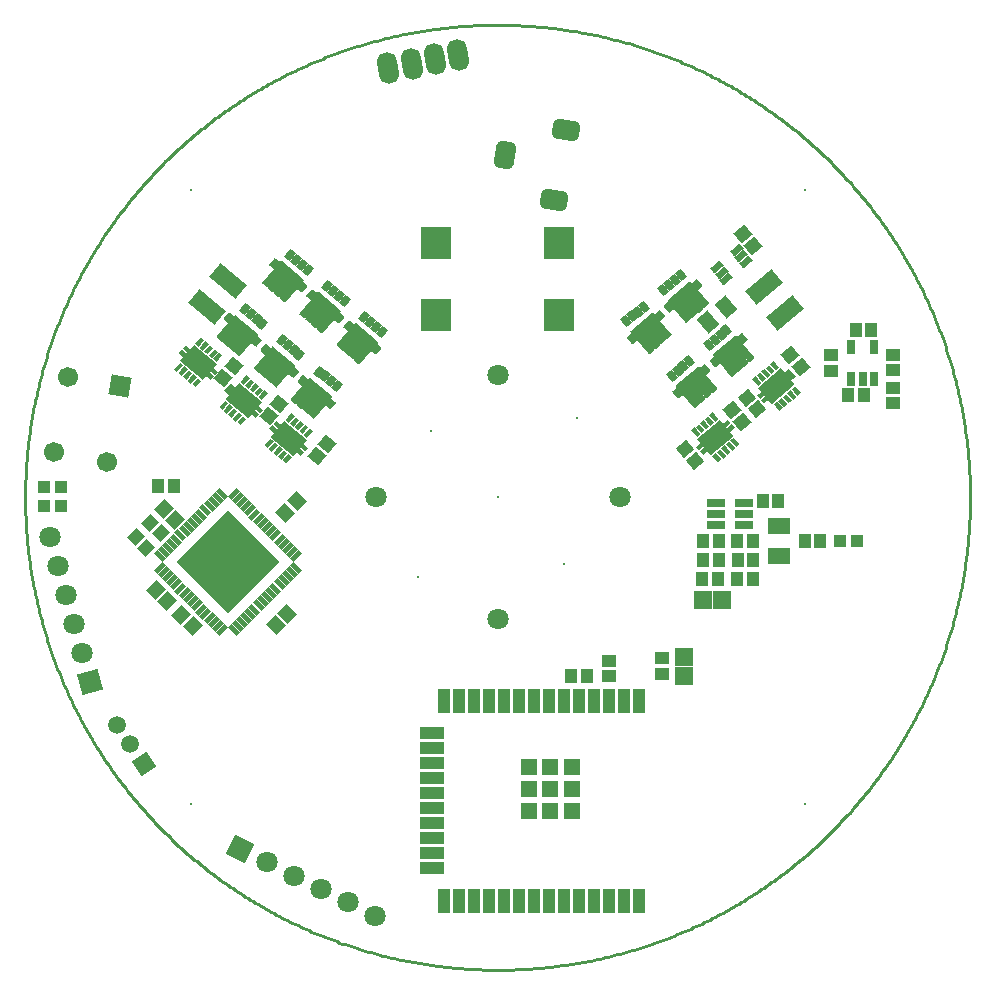
<source format=gts>
G04*
G04 #@! TF.GenerationSoftware,Altium Limited,Altium Designer,21.6.4 (81)*
G04*
G04 Layer_Color=8388736*
%FSLAX25Y25*%
%MOIN*%
G70*
G04*
G04 #@! TF.SameCoordinates,78FA80CD-A9BF-463E-8246-B3BA63ED9FFF*
G04*
G04*
G04 #@! TF.FilePolarity,Negative*
G04*
G01*
G75*
%ADD21C,0.01000*%
%ADD23R,0.05630X0.05630*%
G04:AMPARAMS|DCode=24|XSize=82.68mil|YSize=39.37mil|CornerRadius=3.74mil|HoleSize=0mil|Usage=FLASHONLY|Rotation=0.000|XOffset=0mil|YOffset=0mil|HoleType=Round|Shape=RoundedRectangle|*
%AMROUNDEDRECTD24*
21,1,0.08268,0.03189,0,0,0.0*
21,1,0.07520,0.03937,0,0,0.0*
1,1,0.00748,0.03760,-0.01595*
1,1,0.00748,-0.03760,-0.01595*
1,1,0.00748,-0.03760,0.01595*
1,1,0.00748,0.03760,0.01595*
%
%ADD24ROUNDEDRECTD24*%
G04:AMPARAMS|DCode=25|XSize=82.68mil|YSize=39.37mil|CornerRadius=3.74mil|HoleSize=0mil|Usage=FLASHONLY|Rotation=270.000|XOffset=0mil|YOffset=0mil|HoleType=Round|Shape=RoundedRectangle|*
%AMROUNDEDRECTD25*
21,1,0.08268,0.03189,0,0,270.0*
21,1,0.07520,0.03937,0,0,270.0*
1,1,0.00748,-0.01595,-0.03760*
1,1,0.00748,-0.01595,0.03760*
1,1,0.00748,0.01595,0.03760*
1,1,0.00748,0.01595,-0.03760*
%
%ADD25ROUNDEDRECTD25*%
%ADD26R,0.03937X0.08268*%
%ADD27R,0.05630X0.05630*%
G04:AMPARAMS|DCode=28|XSize=47.37mil|YSize=43.43mil|CornerRadius=0mil|HoleSize=0mil|Usage=FLASHONLY|Rotation=225.000|XOffset=0mil|YOffset=0mil|HoleType=Round|Shape=Rectangle|*
%AMROTATEDRECTD28*
4,1,4,0.00139,0.03210,0.03210,0.00139,-0.00139,-0.03210,-0.03210,-0.00139,0.00139,0.03210,0.0*
%
%ADD28ROTATEDRECTD28*%

%ADD29R,0.04343X0.04737*%
%ADD30P,0.34538X4X360.0*%
G04:AMPARAMS|DCode=31|XSize=41.86mil|YSize=18.24mil|CornerRadius=0mil|HoleSize=0mil|Usage=FLASHONLY|Rotation=315.000|XOffset=0mil|YOffset=0mil|HoleType=Round|Shape=Rectangle|*
%AMROTATEDRECTD31*
4,1,4,-0.02125,0.00835,-0.00835,0.02125,0.02125,-0.00835,0.00835,-0.02125,-0.02125,0.00835,0.0*
%
%ADD31ROTATEDRECTD31*%

G04:AMPARAMS|DCode=32|XSize=18.24mil|YSize=41.86mil|CornerRadius=0mil|HoleSize=0mil|Usage=FLASHONLY|Rotation=315.000|XOffset=0mil|YOffset=0mil|HoleType=Round|Shape=Rectangle|*
%AMROTATEDRECTD32*
4,1,4,-0.02125,-0.00835,0.00835,0.02125,0.02125,0.00835,-0.00835,-0.02125,-0.02125,-0.00835,0.0*
%
%ADD32ROTATEDRECTD32*%

G04:AMPARAMS|DCode=33|XSize=47.37mil|YSize=43.43mil|CornerRadius=0mil|HoleSize=0mil|Usage=FLASHONLY|Rotation=315.000|XOffset=0mil|YOffset=0mil|HoleType=Round|Shape=Rectangle|*
%AMROTATEDRECTD33*
4,1,4,-0.03210,0.00139,-0.00139,0.03210,0.03210,-0.00139,0.00139,-0.03210,-0.03210,0.00139,0.0*
%
%ADD33ROTATEDRECTD33*%

%ADD34R,0.10446X0.10839*%
G04:AMPARAMS|DCode=35|XSize=47.37mil|YSize=43.43mil|CornerRadius=0mil|HoleSize=0mil|Usage=FLASHONLY|Rotation=140.000|XOffset=0mil|YOffset=0mil|HoleType=Round|Shape=Rectangle|*
%AMROTATEDRECTD35*
4,1,4,0.03210,0.00141,0.00418,-0.03186,-0.03210,-0.00141,-0.00418,0.03186,0.03210,0.00141,0.0*
%
%ADD35ROTATEDRECTD35*%

G04:AMPARAMS|DCode=36|XSize=114.3mil|YSize=59.18mil|CornerRadius=0mil|HoleSize=0mil|Usage=FLASHONLY|Rotation=320.000|XOffset=0mil|YOffset=0mil|HoleType=Round|Shape=Rectangle|*
%AMROTATEDRECTD36*
4,1,4,-0.06280,0.01407,-0.02476,0.05940,0.06280,-0.01407,0.02476,-0.05940,-0.06280,0.01407,0.0*
%
%ADD36ROTATEDRECTD36*%

G04:AMPARAMS|DCode=37|XSize=24.54mil|YSize=33.98mil|CornerRadius=0mil|HoleSize=0mil|Usage=FLASHONLY|Rotation=320.000|XOffset=0mil|YOffset=0mil|HoleType=Round|Shape=Rectangle|*
%AMROTATEDRECTD37*
4,1,4,-0.02032,-0.00513,0.00152,0.02090,0.02032,0.00513,-0.00152,-0.02090,-0.02032,-0.00513,0.0*
%
%ADD37ROTATEDRECTD37*%

G04:AMPARAMS|DCode=38|XSize=21.39mil|YSize=39.5mil|CornerRadius=0mil|HoleSize=0mil|Usage=FLASHONLY|Rotation=320.000|XOffset=0mil|YOffset=0mil|HoleType=Round|Shape=Rectangle|*
%AMROTATEDRECTD38*
4,1,4,-0.02089,-0.00826,0.00450,0.02200,0.02089,0.00826,-0.00450,-0.02200,-0.02089,-0.00826,0.0*
%
%ADD38ROTATEDRECTD38*%

G04:AMPARAMS|DCode=39|XSize=21.78mil|YSize=41.47mil|CornerRadius=0mil|HoleSize=0mil|Usage=FLASHONLY|Rotation=310.000|XOffset=0mil|YOffset=0mil|HoleType=Round|Shape=Rectangle|*
%AMROTATEDRECTD39*
4,1,4,-0.02288,-0.00498,0.00888,0.02167,0.02288,0.00498,-0.00888,-0.02167,-0.02288,-0.00498,0.0*
%
%ADD39ROTATEDRECTD39*%

%ADD40R,0.04540X0.04147*%
%ADD41R,0.02965X0.04737*%
%ADD42R,0.04737X0.04343*%
G04:AMPARAMS|DCode=43|XSize=114.3mil|YSize=59.18mil|CornerRadius=0mil|HoleSize=0mil|Usage=FLASHONLY|Rotation=40.000|XOffset=0mil|YOffset=0mil|HoleType=Round|Shape=Rectangle|*
%AMROTATEDRECTD43*
4,1,4,-0.02476,-0.05940,-0.06280,-0.01407,0.02476,0.05940,0.06280,0.01407,-0.02476,-0.05940,0.0*
%
%ADD43ROTATEDRECTD43*%

%ADD44R,0.04147X0.04540*%
G04:AMPARAMS|DCode=45|XSize=47.37mil|YSize=43.43mil|CornerRadius=0mil|HoleSize=0mil|Usage=FLASHONLY|Rotation=220.000|XOffset=0mil|YOffset=0mil|HoleType=Round|Shape=Rectangle|*
%AMROTATEDRECTD45*
4,1,4,0.00418,0.03186,0.03210,-0.00141,-0.00418,-0.03186,-0.03210,0.00141,0.00418,0.03186,0.0*
%
%ADD45ROTATEDRECTD45*%

G04:AMPARAMS|DCode=46|XSize=21.39mil|YSize=39.5mil|CornerRadius=0mil|HoleSize=0mil|Usage=FLASHONLY|Rotation=40.000|XOffset=0mil|YOffset=0mil|HoleType=Round|Shape=Rectangle|*
%AMROTATEDRECTD46*
4,1,4,0.00450,-0.02200,-0.02089,0.00826,-0.00450,0.02200,0.02089,-0.00826,0.00450,-0.02200,0.0*
%
%ADD46ROTATEDRECTD46*%

G04:AMPARAMS|DCode=47|XSize=24.54mil|YSize=33.98mil|CornerRadius=0mil|HoleSize=0mil|Usage=FLASHONLY|Rotation=40.000|XOffset=0mil|YOffset=0mil|HoleType=Round|Shape=Rectangle|*
%AMROTATEDRECTD47*
4,1,4,0.00152,-0.02090,-0.02032,0.00513,-0.00152,0.02090,0.02032,-0.00513,0.00152,-0.02090,0.0*
%
%ADD47ROTATEDRECTD47*%

G04:AMPARAMS|DCode=48|XSize=47.37mil|YSize=61.15mil|CornerRadius=0mil|HoleSize=0mil|Usage=FLASHONLY|Rotation=40.000|XOffset=0mil|YOffset=0mil|HoleType=Round|Shape=Rectangle|*
%AMROTATEDRECTD48*
4,1,4,0.00151,-0.03865,-0.03780,0.00820,-0.00151,0.03865,0.03780,-0.00820,0.00151,-0.03865,0.0*
%
%ADD48ROTATEDRECTD48*%

G04:AMPARAMS|DCode=49|XSize=45.4mil|YSize=41.47mil|CornerRadius=0mil|HoleSize=0mil|Usage=FLASHONLY|Rotation=40.000|XOffset=0mil|YOffset=0mil|HoleType=Round|Shape=Rectangle|*
%AMROTATEDRECTD49*
4,1,4,-0.00406,-0.03047,-0.03072,0.00129,0.00406,0.03047,0.03072,-0.00129,-0.00406,-0.03047,0.0*
%
%ADD49ROTATEDRECTD49*%

G04:AMPARAMS|DCode=50|XSize=45.4mil|YSize=41.47mil|CornerRadius=0mil|HoleSize=0mil|Usage=FLASHONLY|Rotation=225.000|XOffset=0mil|YOffset=0mil|HoleType=Round|Shape=Rectangle|*
%AMROTATEDRECTD50*
4,1,4,0.00139,0.03071,0.03071,0.00139,-0.00139,-0.03071,-0.03071,-0.00139,0.00139,0.03071,0.0*
%
%ADD50ROTATEDRECTD50*%

%ADD51R,0.03950X0.03950*%
%ADD52R,0.06312X0.05918*%
%ADD53R,0.05918X0.06312*%
%ADD54R,0.06115X0.03162*%
%ADD55R,0.07690X0.05524*%
%ADD56C,0.07099*%
%ADD57C,0.06698*%
%ADD58P,0.09472X4X305.0*%
%ADD59C,0.00800*%
%ADD60P,0.08369X4X169.0*%
%ADD61C,0.05918*%
%ADD62P,0.10040X4X378.5*%
%ADD63P,0.10040X4X150.5*%
G04:AMPARAMS|DCode=64|XSize=90.68mil|YSize=67.06mil|CornerRadius=18.76mil|HoleSize=0mil|Usage=FLASHONLY|Rotation=350.000|XOffset=0mil|YOffset=0mil|HoleType=Round|Shape=RoundedRectangle|*
%AMROUNDEDRECTD64*
21,1,0.09068,0.02953,0,0,350.0*
21,1,0.05315,0.06706,0,0,350.0*
1,1,0.03753,0.02361,-0.01915*
1,1,0.03753,-0.02874,-0.00993*
1,1,0.03753,-0.02361,0.01915*
1,1,0.03753,0.02874,0.00993*
%
%ADD64ROUNDEDRECTD64*%
G04:AMPARAMS|DCode=65|XSize=90.68mil|YSize=67.06mil|CornerRadius=18.76mil|HoleSize=0mil|Usage=FLASHONLY|Rotation=80.000|XOffset=0mil|YOffset=0mil|HoleType=Round|Shape=RoundedRectangle|*
%AMROUNDEDRECTD65*
21,1,0.09068,0.02953,0,0,80.0*
21,1,0.05315,0.06706,0,0,80.0*
1,1,0.03753,0.01915,0.02361*
1,1,0.03753,0.00993,-0.02874*
1,1,0.03753,-0.01915,-0.02361*
1,1,0.03753,-0.00993,0.02874*
%
%ADD65ROUNDEDRECTD65*%
G04:AMPARAMS|DCode=66|XSize=67.06mil|YSize=106.42mil|CornerRadius=0mil|HoleSize=0mil|Usage=FLASHONLY|Rotation=10.000|XOffset=0mil|YOffset=0mil|HoleType=Round|Shape=Round|*
%AMOVALD66*
21,1,0.03937,0.06706,0.00000,0.00000,100.0*
1,1,0.06706,0.00342,-0.01939*
1,1,0.06706,-0.00342,0.01939*
%
%ADD66OVALD66*%

G36*
X66303Y72804D02*
X66354Y72796D01*
X66405Y72781D01*
X66453Y72760D01*
X66498Y72733D01*
X66539Y72700D01*
X66575Y72662D01*
X68017Y70943D01*
X68048Y70901D01*
X68073Y70855D01*
X68092Y70806D01*
X68095Y70796D01*
X68105Y70755D01*
X68111Y70703D01*
X68110Y70650D01*
X68102Y70599D01*
X68087Y70548D01*
X68066Y70500D01*
X68038Y70455D01*
X68006Y70415D01*
X67968Y70378D01*
X66631Y69257D01*
X70296Y64889D01*
X70327Y64847D01*
X70352Y64801D01*
X70371Y64752D01*
X70384Y64701D01*
X70389Y64649D01*
X70388Y64596D01*
X70380Y64545D01*
X70366Y64494D01*
X70345Y64446D01*
X70317Y64402D01*
X70284Y64361D01*
X70247Y64324D01*
X68980Y63261D01*
X68938Y63231D01*
X68892Y63205D01*
X68843Y63186D01*
X68792Y63174D01*
X68740Y63168D01*
X68687Y63169D01*
X68635Y63177D01*
X68585Y63192D01*
X68537Y63213D01*
X68492Y63240D01*
X68451Y63273D01*
X68415Y63311D01*
X67484Y64421D01*
X67404Y64355D01*
X68336Y63244D01*
X68367Y63202D01*
X68392Y63156D01*
X68411Y63107D01*
X68423Y63056D01*
X68429Y63004D01*
X68428Y62952D01*
X68420Y62900D01*
X68405Y62849D01*
X68384Y62801D01*
X68357Y62757D01*
X68324Y62716D01*
X68286Y62679D01*
X67020Y61617D01*
X66977Y61586D01*
X66931Y61560D01*
X66882Y61541D01*
X66832Y61529D01*
X66779Y61523D01*
X66727Y61524D01*
X66675Y61532D01*
X66625Y61547D01*
X66577Y61568D01*
X66532Y61595D01*
X66491Y61628D01*
X66455Y61666D01*
X65523Y62776D01*
X65444Y62710D01*
X66375Y61599D01*
X66406Y61557D01*
X66432Y61511D01*
X66451Y61462D01*
X66463Y61411D01*
X66469Y61359D01*
X66468Y61308D01*
X66468Y61307D01*
X66466Y61299D01*
X66460Y61255D01*
X66445Y61204D01*
X66424Y61156D01*
X66397Y61112D01*
X66364Y61071D01*
X66326Y61035D01*
X65059Y59972D01*
X65059Y59972D01*
X65035Y59954D01*
X65017Y59941D01*
X64971Y59915D01*
X64922Y59896D01*
X64871Y59884D01*
X64824Y59879D01*
X64819Y59878D01*
X64819D01*
D01*
X64767Y59879D01*
X64715Y59887D01*
X64665Y59902D01*
X64617Y59923D01*
X64572Y59950D01*
X64549Y59969D01*
X64531Y59983D01*
X64495Y60021D01*
X63563Y61131D01*
X63483Y61065D01*
X64415Y59954D01*
X64446Y59912D01*
X64471Y59866D01*
X64490Y59817D01*
X64503Y59766D01*
X64508Y59714D01*
X64507Y59662D01*
X64499Y59610D01*
X64485Y59560D01*
X64464Y59512D01*
X64436Y59467D01*
X64403Y59426D01*
X64366Y59390D01*
X63099Y58327D01*
X63057Y58296D01*
X63011Y58271D01*
X62962Y58252D01*
X62911Y58239D01*
X62859Y58233D01*
X62806Y58235D01*
X62754Y58242D01*
X62704Y58257D01*
X62656Y58278D01*
X62611Y58305D01*
X62570Y58338D01*
X62534Y58376D01*
X58869Y62744D01*
X57533Y61622D01*
X57490Y61591D01*
X57444Y61566D01*
X57396Y61547D01*
X57345Y61535D01*
X57292Y61529D01*
X57240Y61530D01*
X57188Y61538D01*
X57138Y61553D01*
X57090Y61574D01*
X57045Y61601D01*
X57004Y61634D01*
X56968Y61672D01*
X55525Y63391D01*
X55494Y63433D01*
X55469Y63479D01*
X55450Y63528D01*
X55438Y63579D01*
X55432Y63631D01*
X55433Y63683D01*
X55441Y63735D01*
X55456Y63785D01*
X55477Y63833D01*
X55504Y63878D01*
X55537Y63919D01*
X55575Y63955D01*
X56911Y65077D01*
X56714Y65313D01*
X56683Y65355D01*
X56657Y65401D01*
X56638Y65450D01*
X56626Y65501D01*
X56620Y65553D01*
X56621Y65605D01*
X56629Y65657D01*
X56644Y65707D01*
X56665Y65755D01*
X56692Y65800D01*
X56725Y65841D01*
X56763Y65877D01*
X63911Y71875D01*
X63935Y71893D01*
X63953Y71906D01*
X63999Y71931D01*
X64048Y71950D01*
X64099Y71963D01*
X64151Y71969D01*
X64203Y71967D01*
X64255Y71959D01*
X64306Y71945D01*
X64354Y71924D01*
X64398Y71896D01*
X64439Y71864D01*
X64476Y71826D01*
X64476Y71826D01*
X64673Y71590D01*
X66010Y72711D01*
X66052Y72742D01*
X66098Y72768D01*
X66147Y72787D01*
X66198Y72799D01*
X66250Y72805D01*
X66303Y72804D01*
D02*
G37*
G36*
X-61867Y69256D02*
X-61816Y69243D01*
X-61768Y69224D01*
X-61722Y69199D01*
X-61679Y69168D01*
X-61679Y69168D01*
X-60343Y68047D01*
X-60145Y68282D01*
X-60145Y68282D01*
X-60109Y68320D01*
X-60068Y68353D01*
X-60040Y68370D01*
X-60023Y68380D01*
X-59975Y68401D01*
X-59925Y68416D01*
X-59873Y68424D01*
X-59820Y68425D01*
X-59768Y68419D01*
X-59717Y68407D01*
X-59668Y68388D01*
X-59622Y68363D01*
X-59580Y68332D01*
X-52432Y62334D01*
X-52394Y62298D01*
X-52362Y62257D01*
X-52345Y62230D01*
X-52334Y62212D01*
X-52313Y62164D01*
X-52299Y62114D01*
X-52291Y62062D01*
X-52289Y62010D01*
X-52295Y61958D01*
X-52308Y61907D01*
X-52327Y61858D01*
X-52352Y61812D01*
X-52383Y61769D01*
X-52383Y61769D01*
X-52581Y61534D01*
X-51244Y60412D01*
X-51206Y60376D01*
X-51174Y60335D01*
X-51146Y60290D01*
X-51125Y60242D01*
X-51111Y60192D01*
X-51103Y60140D01*
X-51101Y60088D01*
X-51107Y60035D01*
X-51120Y59984D01*
X-51139Y59936D01*
X-51164Y59890D01*
X-51195Y59847D01*
X-52637Y58128D01*
X-52674Y58090D01*
X-52714Y58058D01*
X-52759Y58030D01*
X-52807Y58009D01*
X-52858Y57995D01*
X-52909Y57987D01*
X-52962Y57986D01*
X-53014Y57991D01*
X-53065Y58004D01*
X-53114Y58023D01*
X-53160Y58048D01*
X-53202Y58079D01*
X-54539Y59200D01*
X-58203Y54833D01*
X-58240Y54795D01*
X-58281Y54762D01*
X-58325Y54735D01*
X-58373Y54714D01*
X-58424Y54699D01*
X-58476Y54691D01*
X-58528Y54690D01*
X-58580Y54696D01*
X-58631Y54708D01*
X-58680Y54727D01*
X-58726Y54752D01*
X-58744Y54765D01*
X-58768Y54783D01*
X-58768Y54783D01*
X-60035Y55846D01*
X-60073Y55883D01*
X-60106Y55923D01*
X-60133Y55968D01*
X-60154Y56016D01*
X-60169Y56067D01*
X-60176Y56118D01*
X-60178Y56171D01*
X-60172Y56223D01*
X-60159Y56274D01*
X-60141Y56323D01*
X-60115Y56369D01*
X-60102Y56387D01*
X-60084Y56411D01*
X-59153Y57521D01*
X-59232Y57588D01*
X-60164Y56478D01*
X-60164Y56478D01*
X-60200Y56440D01*
X-60241Y56407D01*
X-60258Y56397D01*
X-60286Y56380D01*
X-60334Y56359D01*
X-60384Y56344D01*
X-60436Y56336D01*
X-60488Y56335D01*
X-60540Y56341D01*
X-60591Y56353D01*
X-60640Y56372D01*
X-60686Y56397D01*
X-60729Y56428D01*
X-61995Y57491D01*
X-62033Y57528D01*
X-62066Y57568D01*
X-62093Y57613D01*
X-62114Y57661D01*
X-62129Y57711D01*
X-62137Y57763D01*
X-62138Y57816D01*
X-62132Y57868D01*
X-62120Y57919D01*
X-62101Y57968D01*
X-62076Y58014D01*
X-62045Y58056D01*
X-61113Y59166D01*
X-61192Y59233D01*
X-62124Y58123D01*
X-62160Y58085D01*
X-62201Y58052D01*
X-62246Y58025D01*
X-62294Y58004D01*
X-62344Y57989D01*
X-62396Y57981D01*
X-62449Y57980D01*
X-62501Y57986D01*
X-62552Y57998D01*
X-62601Y58017D01*
X-62647Y58042D01*
X-62689Y58073D01*
X-63955Y59136D01*
X-63956Y59136D01*
X-63994Y59172D01*
X-64026Y59213D01*
X-64053Y59258D01*
X-64075Y59306D01*
X-64089Y59356D01*
X-64097Y59408D01*
X-64098Y59461D01*
X-64093Y59513D01*
X-64080Y59564D01*
X-64061Y59613D01*
X-64036Y59659D01*
X-64005Y59701D01*
X-63073Y60811D01*
X-63153Y60878D01*
X-64084Y59768D01*
X-64085Y59768D01*
X-64121Y59730D01*
D01*
X-64121Y59730D01*
X-64162Y59697D01*
X-64206Y59670D01*
X-64254Y59649D01*
X-64305Y59634D01*
X-64313Y59633D01*
X-64357Y59626D01*
X-64408Y59625D01*
X-64409Y59625D01*
D01*
X-64409D01*
X-64461Y59631D01*
X-64512Y59643D01*
X-64561Y59662D01*
X-64607Y59687D01*
X-64649Y59718D01*
X-65916Y60781D01*
X-65954Y60817D01*
X-65987Y60858D01*
X-66014Y60903D01*
X-66035Y60951D01*
X-66050Y61001D01*
X-66058Y61053D01*
X-66059Y61106D01*
X-66053Y61158D01*
X-66041Y61209D01*
X-66022Y61258D01*
X-65996Y61304D01*
X-65965Y61346D01*
X-62300Y65713D01*
X-63637Y66835D01*
X-63637Y66835D01*
X-63675Y66871D01*
X-63708Y66912D01*
X-63735Y66957D01*
X-63756Y67005D01*
X-63771Y67055D01*
X-63779Y67107D01*
X-63780Y67159D01*
X-63774Y67212D01*
X-63762Y67263D01*
X-63743Y67312D01*
X-63718Y67357D01*
X-63687Y67400D01*
X-62244Y69119D01*
X-62208Y69157D01*
X-62167Y69190D01*
X-62122Y69217D01*
X-62074Y69238D01*
X-62024Y69253D01*
X-61972Y69261D01*
X-61919Y69262D01*
D01*
X-61919D01*
X-61867Y69256D01*
D02*
G37*
G36*
X-74233Y79632D02*
X-74182Y79619D01*
X-74133Y79600D01*
X-74087Y79575D01*
X-74045Y79544D01*
X-72708Y78422D01*
X-72510Y78658D01*
X-72510Y78658D01*
X-72474Y78696D01*
D01*
X-72474Y78696D01*
X-72433Y78729D01*
X-72388Y78756D01*
X-72340Y78777D01*
X-72290Y78792D01*
X-72282Y78793D01*
X-72238Y78800D01*
X-72187Y78801D01*
X-72186Y78801D01*
D01*
X-72186D01*
X-72133Y78795D01*
X-72083Y78783D01*
X-72034Y78764D01*
X-71988Y78738D01*
X-71945Y78707D01*
X-64798Y72710D01*
X-64798Y72710D01*
X-64760Y72674D01*
X-64727Y72633D01*
X-64717Y72616D01*
X-64700Y72588D01*
X-64679Y72540D01*
X-64664Y72490D01*
X-64656Y72438D01*
X-64655Y72385D01*
X-64661Y72333D01*
X-64673Y72282D01*
X-64692Y72233D01*
X-64717Y72187D01*
X-64748Y72145D01*
X-64946Y71909D01*
X-63609Y70788D01*
X-63572Y70752D01*
X-63539Y70711D01*
X-63512Y70666D01*
X-63490Y70618D01*
X-63476Y70568D01*
X-63468Y70516D01*
X-63467Y70463D01*
X-63472Y70411D01*
X-63485Y70360D01*
X-63504Y70311D01*
X-63529Y70265D01*
X-63560Y70223D01*
X-65003Y68504D01*
X-65003Y68504D01*
X-65021Y68485D01*
X-65039Y68466D01*
X-65080Y68433D01*
X-65124Y68406D01*
X-65172Y68385D01*
X-65223Y68370D01*
X-65275Y68362D01*
X-65327Y68361D01*
X-65379Y68367D01*
X-65430Y68379D01*
X-65479Y68398D01*
X-65525Y68424D01*
X-65567Y68455D01*
X-66904Y69576D01*
X-70569Y65209D01*
X-70605Y65171D01*
X-70646Y65138D01*
X-70691Y65111D01*
X-70739Y65089D01*
X-70789Y65075D01*
X-70841Y65067D01*
X-70893Y65066D01*
X-70945Y65071D01*
X-70996Y65084D01*
X-71045Y65103D01*
X-71091Y65128D01*
X-71134Y65159D01*
X-72400Y66222D01*
X-72438Y66258D01*
X-72471Y66299D01*
X-72498Y66344D01*
X-72519Y66392D01*
X-72534Y66442D01*
X-72542Y66494D01*
X-72543Y66546D01*
X-72537Y66599D01*
X-72525Y66650D01*
X-72506Y66698D01*
X-72481Y66744D01*
X-72450Y66787D01*
X-71518Y67897D01*
X-71597Y67964D01*
X-72529Y66853D01*
X-72565Y66816D01*
X-72606Y66783D01*
X-72651Y66755D01*
X-72699Y66734D01*
X-72749Y66720D01*
X-72801Y66712D01*
X-72854Y66711D01*
X-72906Y66716D01*
X-72957Y66729D01*
X-73006Y66748D01*
X-73052Y66773D01*
X-73094Y66804D01*
X-74360Y67867D01*
X-74361Y67867D01*
X-74398Y67903D01*
X-74431Y67944D01*
X-74458Y67989D01*
X-74480Y68037D01*
X-74494Y68087D01*
X-74502Y68139D01*
X-74503Y68191D01*
X-74498Y68244D01*
X-74485Y68295D01*
X-74466Y68343D01*
X-74441Y68389D01*
X-74410Y68432D01*
X-73478Y69542D01*
X-73558Y69609D01*
X-74489Y68498D01*
X-74489Y68498D01*
X-74508Y68479D01*
X-74526Y68461D01*
X-74567Y68428D01*
X-74611Y68401D01*
X-74659Y68379D01*
X-74710Y68365D01*
X-74762Y68357D01*
X-74814Y68356D01*
X-74866Y68361D01*
X-74917Y68374D01*
X-74966Y68393D01*
X-75012Y68418D01*
X-75054Y68449D01*
X-76321Y69512D01*
X-76359Y69548D01*
X-76392Y69589D01*
X-76419Y69634D01*
X-76440Y69682D01*
X-76455Y69732D01*
X-76463Y69784D01*
X-76464Y69836D01*
X-76458Y69889D01*
X-76446Y69940D01*
X-76427Y69988D01*
X-76401Y70034D01*
X-76370Y70077D01*
X-75438Y71187D01*
X-75518Y71254D01*
X-76450Y70143D01*
X-76450Y70143D01*
X-76486Y70105D01*
X-76527Y70073D01*
X-76572Y70045D01*
X-76620Y70024D01*
X-76670Y70010D01*
X-76722Y70002D01*
X-76774Y70000D01*
X-76827Y70006D01*
X-76877Y70019D01*
X-76926Y70038D01*
X-76972Y70063D01*
X-77014Y70094D01*
X-78281Y71157D01*
X-78281Y71157D01*
X-78319Y71193D01*
X-78352Y71234D01*
X-78379Y71279D01*
X-78400Y71327D01*
X-78415Y71377D01*
X-78423Y71429D01*
X-78424Y71481D01*
X-78418Y71534D01*
X-78406Y71584D01*
X-78387Y71633D01*
X-78362Y71679D01*
X-78331Y71722D01*
X-74666Y76089D01*
X-76002Y77211D01*
X-76040Y77247D01*
X-76073Y77288D01*
X-76100Y77333D01*
X-76121Y77381D01*
X-76136Y77431D01*
X-76144Y77483D01*
X-76145Y77535D01*
X-76139Y77587D01*
X-76127Y77638D01*
X-76108Y77687D01*
X-76083Y77733D01*
X-76052Y77775D01*
X-74609Y79495D01*
X-74573Y79532D01*
X-74532Y79565D01*
X-74487Y79592D01*
X-74439Y79614D01*
X-74389Y79628D01*
X-74337Y79636D01*
X-74285Y79637D01*
X-74233Y79632D01*
D02*
G37*
G36*
X53937Y62428D02*
X53989Y62420D01*
X54040Y62405D01*
X54088Y62384D01*
X54132Y62357D01*
X54173Y62324D01*
X54210Y62286D01*
X55652Y60567D01*
X55683Y60525D01*
X55708Y60479D01*
X55727Y60430D01*
X55730Y60420D01*
X55740Y60379D01*
X55745Y60327D01*
X55744Y60275D01*
X55736Y60223D01*
X55721Y60172D01*
X55700Y60124D01*
X55673Y60080D01*
X55640Y60039D01*
X55603Y60002D01*
X54266Y58881D01*
X57931Y54513D01*
X57962Y54471D01*
X57987Y54425D01*
X58006Y54376D01*
X58018Y54325D01*
X58024Y54273D01*
X58023Y54221D01*
X58015Y54169D01*
X58000Y54119D01*
X57979Y54071D01*
X57952Y54026D01*
X57919Y53985D01*
X57881Y53949D01*
X56615Y52886D01*
X56572Y52855D01*
X56526Y52830D01*
X56477Y52811D01*
X56427Y52798D01*
X56375Y52792D01*
X56322Y52794D01*
X56270Y52802D01*
X56220Y52816D01*
X56172Y52837D01*
X56127Y52864D01*
X56086Y52897D01*
X56050Y52935D01*
X55118Y54046D01*
X55039Y53979D01*
X55970Y52868D01*
X56001Y52826D01*
X56027Y52780D01*
X56046Y52731D01*
X56058Y52680D01*
X56064Y52628D01*
X56063Y52576D01*
X56055Y52524D01*
X56040Y52474D01*
X56019Y52426D01*
X55992Y52381D01*
X55959Y52340D01*
X55921Y52304D01*
X54654Y51241D01*
X54612Y51210D01*
X54566Y51185D01*
X54517Y51166D01*
X54466Y51153D01*
X54414Y51147D01*
X54362Y51149D01*
X54310Y51157D01*
X54260Y51171D01*
X54211Y51192D01*
X54167Y51220D01*
X54126Y51252D01*
X54090Y51290D01*
X53158Y52401D01*
X53078Y52334D01*
X54010Y51224D01*
X54041Y51181D01*
X54066Y51135D01*
X54085Y51086D01*
X54098Y51035D01*
X54103Y50983D01*
X54102Y50932D01*
X54102Y50931D01*
X54101Y50923D01*
X54094Y50879D01*
X54080Y50829D01*
X54058Y50781D01*
X54031Y50736D01*
X53999Y50695D01*
X53961Y50659D01*
X52694Y49596D01*
X52694Y49596D01*
X52670Y49578D01*
X52652Y49565D01*
X52606Y49540D01*
X52557Y49521D01*
X52506Y49508D01*
X52459Y49503D01*
X52454Y49503D01*
X52454D01*
D01*
X52401Y49504D01*
X52350Y49512D01*
X52299Y49526D01*
X52251Y49547D01*
X52206Y49575D01*
X52184Y49593D01*
X52166Y49608D01*
X52129Y49645D01*
X51197Y50756D01*
X51118Y50689D01*
X52050Y49579D01*
X52081Y49536D01*
X52106Y49490D01*
X52125Y49441D01*
X52137Y49391D01*
X52143Y49338D01*
X52142Y49286D01*
X52134Y49234D01*
X52119Y49184D01*
X52098Y49136D01*
X52071Y49091D01*
X52038Y49050D01*
X52000Y49014D01*
X50734Y47951D01*
X50691Y47920D01*
X50645Y47895D01*
X50596Y47876D01*
X50546Y47863D01*
X50493Y47858D01*
X50441Y47859D01*
X50389Y47867D01*
X50339Y47881D01*
X50291Y47903D01*
X50246Y47930D01*
X50205Y47962D01*
X50169Y48000D01*
X46504Y52368D01*
X45167Y51247D01*
X45125Y51215D01*
X45079Y51190D01*
X45030Y51171D01*
X44979Y51159D01*
X44927Y51153D01*
X44875Y51154D01*
X44823Y51162D01*
X44773Y51177D01*
X44725Y51198D01*
X44680Y51225D01*
X44639Y51258D01*
X44603Y51296D01*
X43160Y53015D01*
X43129Y53057D01*
X43104Y53103D01*
X43085Y53152D01*
X43073Y53203D01*
X43067Y53255D01*
X43068Y53308D01*
X43076Y53359D01*
X43091Y53410D01*
X43112Y53458D01*
X43139Y53503D01*
X43172Y53543D01*
X43210Y53580D01*
X44546Y54701D01*
X44348Y54937D01*
X44317Y54979D01*
X44292Y55025D01*
X44273Y55074D01*
X44261Y55125D01*
X44255Y55177D01*
X44256Y55230D01*
X44264Y55281D01*
X44279Y55332D01*
X44300Y55380D01*
X44327Y55425D01*
X44360Y55466D01*
X44398Y55502D01*
X51546Y61499D01*
X51570Y61517D01*
X51588Y61530D01*
X51634Y61556D01*
X51683Y61575D01*
X51734Y61587D01*
X51786Y61593D01*
X51838Y61592D01*
X51890Y61584D01*
X51940Y61569D01*
X51988Y61548D01*
X52033Y61521D01*
X52074Y61488D01*
X52110Y61450D01*
X52110Y61450D01*
X52308Y61214D01*
X53645Y62336D01*
X53687Y62367D01*
X53733Y62392D01*
X53782Y62411D01*
X53833Y62423D01*
X53885Y62429D01*
X53937Y62428D01*
D02*
G37*
G36*
X81486Y54708D02*
X81538Y54700D01*
X81589Y54686D01*
X81637Y54664D01*
X81682Y54637D01*
X81722Y54604D01*
X81759Y54567D01*
X83201Y52847D01*
X83232Y52805D01*
X83257Y52759D01*
X83276Y52710D01*
X83279Y52698D01*
X83289Y52659D01*
X83295Y52607D01*
X83293Y52555D01*
X83285Y52503D01*
X83271Y52453D01*
X83250Y52405D01*
X83222Y52360D01*
X83190Y52319D01*
X83152Y52283D01*
X81815Y51161D01*
X85480Y46794D01*
X85511Y46751D01*
X85536Y46705D01*
X85555Y46657D01*
X85568Y46606D01*
X85573Y46553D01*
X85572Y46501D01*
X85564Y46449D01*
X85550Y46399D01*
X85528Y46351D01*
X85501Y46306D01*
X85469Y46265D01*
X85431Y46229D01*
X84164Y45166D01*
X84122Y45135D01*
X84076Y45110D01*
X84027Y45091D01*
X83976Y45078D01*
X83924Y45073D01*
X83871Y45074D01*
X83820Y45082D01*
X83769Y45096D01*
X83721Y45118D01*
X83676Y45145D01*
X83635Y45178D01*
X83599Y45215D01*
X82667Y46326D01*
X82588Y46259D01*
X83520Y45149D01*
X83551Y45106D01*
X83576Y45060D01*
X83595Y45011D01*
X83607Y44961D01*
X83613Y44908D01*
X83612Y44856D01*
X83604Y44804D01*
X83589Y44754D01*
X83568Y44706D01*
X83541Y44661D01*
X83508Y44620D01*
X83470Y44584D01*
X82204Y43521D01*
X82161Y43490D01*
X82115Y43465D01*
X82066Y43446D01*
X82016Y43433D01*
X81963Y43428D01*
X81911Y43429D01*
X81859Y43437D01*
X81809Y43451D01*
X81761Y43472D01*
X81716Y43500D01*
X81675Y43533D01*
X81639Y43570D01*
X80707Y44681D01*
X80628Y44614D01*
X81559Y43504D01*
X81559Y43504D01*
X81577Y43479D01*
X81590Y43461D01*
X81616Y43415D01*
X81634Y43367D01*
X81647Y43316D01*
X81653Y43264D01*
X81652Y43211D01*
X81644Y43159D01*
X81629Y43109D01*
X81608Y43061D01*
X81581Y43016D01*
X81548Y42975D01*
X81510Y42939D01*
X80243Y41876D01*
X80201Y41845D01*
X80155Y41820D01*
X80106Y41801D01*
X80055Y41788D01*
X80003Y41783D01*
X80003D01*
D01*
X79951Y41784D01*
X79899Y41792D01*
X79848Y41807D01*
X79800Y41828D01*
X79756Y41855D01*
X79715Y41888D01*
X79678Y41925D01*
X78747Y43036D01*
X78667Y42969D01*
X79599Y41859D01*
X79630Y41816D01*
X79655Y41770D01*
X79674Y41722D01*
X79687Y41671D01*
X79692Y41619D01*
X79691Y41566D01*
X79683Y41514D01*
X79669Y41464D01*
X79647Y41416D01*
X79620Y41371D01*
X79587Y41330D01*
X79549Y41294D01*
X78283Y40231D01*
X78241Y40200D01*
X78195Y40175D01*
X78146Y40156D01*
X78095Y40143D01*
X78043Y40138D01*
X77990Y40139D01*
X77938Y40147D01*
X77888Y40162D01*
X77840Y40183D01*
X77795Y40210D01*
X77754Y40243D01*
X77718Y40281D01*
X74053Y44648D01*
X72717Y43527D01*
X72717Y43527D01*
X72692Y43509D01*
X72674Y43496D01*
X72628Y43470D01*
X72579Y43451D01*
X72529Y43439D01*
X72477Y43433D01*
X72424Y43434D01*
X72372Y43442D01*
X72322Y43457D01*
X72274Y43478D01*
X72229Y43505D01*
X72188Y43538D01*
X72152Y43576D01*
X70709Y45295D01*
X70678Y45337D01*
X70653Y45383D01*
X70634Y45432D01*
X70622Y45483D01*
X70616Y45535D01*
X70617Y45588D01*
X70625Y45640D01*
X70640Y45690D01*
X70661Y45738D01*
X70688Y45783D01*
X70721Y45824D01*
X70759Y45860D01*
X72096Y46981D01*
X71898Y47217D01*
X71898Y47217D01*
X71867Y47260D01*
X71855Y47280D01*
X71841Y47306D01*
X71836Y47319D01*
X71822Y47354D01*
X71810Y47405D01*
X71804Y47457D01*
X71805Y47510D01*
X71813Y47562D01*
X71828Y47612D01*
X71849Y47660D01*
X71866Y47687D01*
X71876Y47705D01*
X71883Y47713D01*
X71909Y47746D01*
X71947Y47782D01*
X79095Y53780D01*
X79095Y53780D01*
X79106Y53788D01*
X79137Y53811D01*
X79183Y53836D01*
X79232Y53855D01*
X79244Y53858D01*
X79283Y53867D01*
X79335Y53873D01*
X79387Y53872D01*
X79439Y53864D01*
X79489Y53849D01*
X79537Y53828D01*
X79582Y53801D01*
X79623Y53768D01*
X79659Y53730D01*
X79857Y53494D01*
X81194Y54616D01*
X81236Y54647D01*
X81282Y54672D01*
X81331Y54691D01*
X81382Y54704D01*
X81434Y54709D01*
X81486Y54708D01*
D02*
G37*
G36*
X-89417Y61536D02*
X-89366Y61524D01*
X-89317Y61505D01*
X-89271Y61479D01*
X-89228Y61448D01*
X-87892Y60327D01*
X-87694Y60562D01*
X-87694Y60563D01*
X-87659Y60599D01*
X-87658Y60601D01*
D01*
X-87658Y60601D01*
X-87650Y60607D01*
X-87617Y60633D01*
X-87590Y60650D01*
X-87572Y60660D01*
X-87545Y60672D01*
X-87524Y60682D01*
X-87509Y60686D01*
X-87474Y60696D01*
X-87430Y60703D01*
X-87422Y60704D01*
X-87421Y60704D01*
X-87370Y60705D01*
X-87317Y60700D01*
X-87266Y60687D01*
X-87218Y60668D01*
X-87172Y60643D01*
X-87129Y60612D01*
X-79982Y54614D01*
X-79944Y54578D01*
X-79911Y54537D01*
X-79884Y54492D01*
X-79863Y54444D01*
X-79848Y54394D01*
X-79840Y54342D01*
X-79839Y54290D01*
X-79844Y54238D01*
X-79857Y54187D01*
X-79876Y54138D01*
X-79901Y54092D01*
X-79932Y54050D01*
X-80130Y53814D01*
X-78793Y52692D01*
X-78756Y52656D01*
X-78723Y52615D01*
X-78695Y52570D01*
X-78674Y52522D01*
X-78660Y52472D01*
X-78652Y52420D01*
X-78651Y52368D01*
X-78656Y52316D01*
X-78669Y52265D01*
X-78688Y52216D01*
X-78713Y52170D01*
X-78744Y52127D01*
X-80186Y50408D01*
X-80223Y50371D01*
X-80264Y50338D01*
X-80309Y50310D01*
X-80357Y50289D01*
X-80407Y50275D01*
X-80459Y50267D01*
X-80511Y50266D01*
X-80563Y50271D01*
X-80614Y50284D01*
X-80663Y50303D01*
X-80709Y50328D01*
X-80751Y50359D01*
X-82088Y51481D01*
X-85753Y47113D01*
X-85789Y47075D01*
X-85830Y47042D01*
X-85875Y47015D01*
X-85923Y46994D01*
X-85973Y46979D01*
X-86025Y46971D01*
X-86077Y46970D01*
X-86129Y46976D01*
X-86180Y46988D01*
X-86229Y47007D01*
X-86275Y47033D01*
X-86317Y47064D01*
X-87584Y48126D01*
X-87584Y48126D01*
X-87622Y48163D01*
X-87655Y48204D01*
X-87682Y48248D01*
X-87703Y48296D01*
X-87718Y48347D01*
X-87726Y48399D01*
X-87727Y48451D01*
X-87721Y48503D01*
X-87709Y48554D01*
X-87690Y48603D01*
X-87665Y48649D01*
X-87634Y48691D01*
X-86702Y49802D01*
X-86781Y49868D01*
X-87713Y48758D01*
X-87749Y48720D01*
X-87790Y48687D01*
X-87835Y48660D01*
X-87883Y48639D01*
X-87933Y48624D01*
X-87985Y48616D01*
X-87986Y48616D01*
X-88038Y48615D01*
X-88090Y48621D01*
X-88141Y48633D01*
X-88190Y48652D01*
X-88235Y48678D01*
X-88278Y48709D01*
X-89544Y49771D01*
X-89582Y49808D01*
X-89615Y49848D01*
X-89642Y49893D01*
X-89663Y49941D01*
X-89678Y49992D01*
X-89686Y50043D01*
X-89687Y50096D01*
X-89682Y50148D01*
X-89669Y50199D01*
X-89650Y50248D01*
X-89625Y50294D01*
X-89612Y50312D01*
X-89594Y50336D01*
X-88662Y51446D01*
X-88742Y51513D01*
X-89673Y50403D01*
X-89710Y50365D01*
X-89750Y50332D01*
X-89795Y50305D01*
X-89843Y50284D01*
X-89894Y50269D01*
X-89946Y50261D01*
X-89998Y50260D01*
X-90050Y50266D01*
X-90101Y50278D01*
X-90150Y50297D01*
X-90196Y50322D01*
X-90238Y50353D01*
X-91505Y51416D01*
X-91505Y51416D01*
X-91543Y51453D01*
X-91575Y51494D01*
X-91603Y51538D01*
X-91624Y51586D01*
X-91638Y51637D01*
X-91646Y51688D01*
X-91648Y51741D01*
X-91642Y51793D01*
X-91629Y51844D01*
X-91610Y51893D01*
X-91585Y51939D01*
X-91554Y51981D01*
X-90623Y53091D01*
X-90702Y53158D01*
X-91634Y52048D01*
X-91634Y52048D01*
X-91670Y52010D01*
D01*
X-91670Y52010D01*
X-91711Y51977D01*
X-91756Y51950D01*
X-91804Y51929D01*
X-91854Y51914D01*
X-91862Y51913D01*
X-91906Y51906D01*
X-91957Y51905D01*
X-91958Y51905D01*
D01*
X-91958D01*
X-92010Y51911D01*
X-92061Y51923D01*
X-92110Y51942D01*
X-92156Y51967D01*
X-92198Y51998D01*
X-93465Y53061D01*
X-93465Y53061D01*
X-93503Y53097D01*
X-93536Y53138D01*
X-93563Y53183D01*
X-93584Y53231D01*
X-93599Y53282D01*
X-93607Y53333D01*
X-93608Y53386D01*
X-93602Y53438D01*
X-93590Y53489D01*
X-93571Y53538D01*
X-93546Y53584D01*
X-93515Y53626D01*
X-89850Y57994D01*
X-91186Y59115D01*
X-91224Y59151D01*
X-91257Y59192D01*
X-91284Y59237D01*
X-91305Y59285D01*
X-91320Y59335D01*
X-91328Y59387D01*
X-91329Y59440D01*
X-91323Y59492D01*
X-91311Y59543D01*
X-91292Y59592D01*
X-91267Y59638D01*
X-91236Y59680D01*
X-89793Y61399D01*
X-89793Y61399D01*
X-89775Y61418D01*
X-89757Y61437D01*
X-89716Y61470D01*
X-89671Y61497D01*
X-89623Y61518D01*
X-89573Y61533D01*
X-89521Y61541D01*
X-89469Y61542D01*
X-89417Y61536D01*
D02*
G37*
G36*
X-97759Y52397D02*
X-99631Y50165D01*
X-100777Y51127D01*
X-98905Y53359D01*
X-97759Y52397D01*
D02*
G37*
G36*
X-93700Y44495D02*
X-94839Y43137D01*
X-93331Y41872D01*
X-94318Y40696D01*
X-95826Y41961D01*
X-96104Y41629D01*
X-94596Y40364D01*
X-95583Y39188D01*
X-97091Y40453D01*
X-98230Y39096D01*
X-105890Y45524D01*
X-104751Y46881D01*
X-106259Y48146D01*
X-105272Y49323D01*
X-103764Y48057D01*
X-103486Y48389D01*
X-104994Y49654D01*
X-104007Y50831D01*
X-102499Y49565D01*
X-101360Y50922D01*
X-93700Y44495D01*
D02*
G37*
G36*
X-96251Y51132D02*
X-98123Y48900D01*
X-99269Y49862D01*
X-97397Y52094D01*
X-96251Y51132D01*
D02*
G37*
G36*
X-94743Y49867D02*
X-96615Y47635D01*
X-97761Y48597D01*
X-95889Y50828D01*
X-94743Y49867D01*
D02*
G37*
G36*
X-49502Y58880D02*
X-49451Y58868D01*
X-49402Y58849D01*
X-49356Y58824D01*
X-49314Y58793D01*
X-47977Y57671D01*
X-47780Y57907D01*
X-47780Y57907D01*
X-47743Y57945D01*
X-47702Y57977D01*
X-47675Y57994D01*
X-47658Y58005D01*
X-47610Y58026D01*
X-47559Y58040D01*
X-47507Y58048D01*
X-47455Y58049D01*
X-47403Y58044D01*
X-47352Y58031D01*
X-47303Y58012D01*
X-47257Y57987D01*
X-47215Y57956D01*
X-40067Y51959D01*
X-40029Y51922D01*
X-39996Y51881D01*
X-39969Y51837D01*
X-39948Y51789D01*
X-39933Y51738D01*
X-39926Y51693D01*
X-39925Y51686D01*
X-39925Y51685D01*
X-39924Y51634D01*
X-39930Y51582D01*
X-39942Y51531D01*
X-39961Y51482D01*
X-39987Y51436D01*
X-40018Y51394D01*
X-40216Y51158D01*
X-38879Y50037D01*
X-38879Y50036D01*
X-38841Y50000D01*
X-38808Y49959D01*
X-38781Y49914D01*
X-38760Y49866D01*
X-38745Y49816D01*
X-38737Y49764D01*
X-38736Y49712D01*
X-38742Y49660D01*
X-38754Y49609D01*
X-38773Y49560D01*
X-38798Y49514D01*
X-38829Y49472D01*
X-40272Y47753D01*
X-40272Y47753D01*
X-40290Y47733D01*
X-40308Y47715D01*
X-40349Y47682D01*
X-40394Y47655D01*
X-40442Y47634D01*
X-40492Y47619D01*
X-40544Y47611D01*
X-40597Y47610D01*
X-40649Y47616D01*
X-40700Y47628D01*
X-40749Y47647D01*
X-40794Y47672D01*
X-40837Y47703D01*
X-42173Y48825D01*
X-45838Y44457D01*
X-45874Y44419D01*
X-45915Y44386D01*
X-45960Y44359D01*
X-46008Y44338D01*
X-46058Y44323D01*
X-46110Y44315D01*
X-46163Y44314D01*
X-46215Y44320D01*
X-46266Y44333D01*
X-46315Y44352D01*
X-46361Y44377D01*
X-46403Y44408D01*
X-47670Y45471D01*
X-47708Y45507D01*
D01*
X-47708Y45507D01*
X-47740Y45548D01*
X-47767Y45592D01*
X-47779Y45619D01*
X-47789Y45641D01*
X-47793Y45655D01*
X-47803Y45691D01*
X-47810Y45735D01*
X-47811Y45743D01*
X-47811Y45744D01*
X-47812Y45795D01*
X-47807Y45847D01*
X-47794Y45898D01*
X-47775Y45947D01*
X-47750Y45993D01*
X-47719Y46035D01*
X-46787Y47146D01*
X-46867Y47212D01*
X-47798Y46102D01*
X-47798Y46102D01*
X-47817Y46083D01*
X-47835Y46064D01*
X-47876Y46031D01*
X-47921Y46004D01*
X-47969Y45983D01*
X-48019Y45968D01*
X-48071Y45960D01*
X-48123Y45959D01*
D01*
X-48123D01*
X-48175Y45965D01*
X-48226Y45977D01*
X-48275Y45996D01*
X-48321Y46022D01*
X-48339Y46035D01*
X-48363Y46053D01*
X-49630Y47115D01*
X-49630Y47115D01*
X-49668Y47152D01*
X-49701Y47193D01*
X-49717Y47220D01*
X-49728Y47238D01*
X-49749Y47286D01*
X-49764Y47336D01*
X-49772Y47388D01*
X-49773Y47440D01*
X-49767Y47492D01*
X-49755Y47543D01*
X-49736Y47592D01*
X-49710Y47638D01*
X-49679Y47680D01*
X-48748Y48791D01*
X-48827Y48857D01*
X-49759Y47747D01*
X-49759Y47747D01*
X-49795Y47709D01*
X-49836Y47676D01*
X-49853Y47666D01*
X-49881Y47649D01*
X-49929Y47628D01*
X-49979Y47613D01*
X-50031Y47605D01*
X-50083Y47604D01*
X-50136Y47610D01*
X-50187Y47622D01*
X-50235Y47641D01*
X-50281Y47667D01*
X-50324Y47698D01*
X-51590Y48760D01*
X-51628Y48797D01*
X-51661Y48838D01*
X-51688Y48882D01*
X-51709Y48930D01*
X-51724Y48981D01*
X-51731Y49025D01*
X-51732Y49033D01*
X-51732Y49034D01*
X-51733Y49085D01*
X-51727Y49137D01*
X-51715Y49188D01*
X-51696Y49237D01*
X-51671Y49283D01*
X-51640Y49325D01*
X-50708Y50436D01*
X-50788Y50502D01*
X-51719Y49392D01*
X-51755Y49354D01*
X-51796Y49321D01*
X-51841Y49294D01*
X-51889Y49273D01*
X-51939Y49258D01*
X-51991Y49250D01*
X-52044Y49249D01*
X-52096Y49255D01*
X-52147Y49267D01*
X-52196Y49286D01*
X-52242Y49312D01*
X-52284Y49343D01*
X-53551Y50405D01*
X-53551Y50405D01*
X-53588Y50442D01*
X-53621Y50482D01*
X-53649Y50527D01*
X-53670Y50575D01*
X-53684Y50626D01*
X-53692Y50678D01*
X-53693Y50730D01*
X-53688Y50782D01*
X-53675Y50833D01*
X-53656Y50882D01*
X-53631Y50928D01*
X-53600Y50970D01*
X-49935Y55338D01*
X-51272Y56459D01*
X-51272Y56459D01*
X-51291Y56478D01*
X-51310Y56495D01*
X-51342Y56536D01*
X-51370Y56581D01*
X-51391Y56629D01*
X-51406Y56680D01*
X-51414Y56731D01*
X-51415Y56784D01*
X-51409Y56836D01*
X-51397Y56887D01*
X-51377Y56936D01*
X-51352Y56982D01*
X-51321Y57024D01*
X-49879Y58743D01*
X-49843Y58781D01*
X-49802Y58814D01*
X-49757Y58841D01*
X-49709Y58862D01*
X-49658Y58877D01*
X-49613Y58884D01*
X-49607Y58885D01*
X-49606Y58885D01*
X-49554Y58886D01*
X-49502Y58880D01*
D02*
G37*
G36*
X-93235Y48601D02*
X-95108Y46369D01*
X-96254Y47331D01*
X-94381Y49563D01*
X-93235Y48601D01*
D02*
G37*
G36*
X-91727Y47336D02*
X-93599Y45104D01*
X-94746Y46066D01*
X-92873Y48298D01*
X-91727Y47336D01*
D02*
G37*
G36*
X69121Y44333D02*
X69173Y44324D01*
X69223Y44310D01*
X69271Y44289D01*
X69316Y44262D01*
X69357Y44229D01*
X69393Y44191D01*
X70836Y42472D01*
X70867Y42430D01*
X70892Y42384D01*
X70911Y42335D01*
X70914Y42322D01*
X70924Y42284D01*
X70929Y42232D01*
X70928Y42179D01*
X70920Y42127D01*
X70906Y42077D01*
X70884Y42029D01*
X70857Y41984D01*
X70824Y41943D01*
X70786Y41907D01*
X69450Y40786D01*
X73115Y36418D01*
X73146Y36376D01*
X73171Y36330D01*
X73190Y36281D01*
X73202Y36230D01*
X73208Y36178D01*
X73207Y36125D01*
X73199Y36073D01*
X73184Y36023D01*
X73163Y35975D01*
X73136Y35930D01*
X73103Y35889D01*
X73065Y35853D01*
X71799Y34790D01*
X71756Y34759D01*
X71710Y34734D01*
X71662Y34715D01*
X71611Y34703D01*
X71558Y34697D01*
X71506Y34698D01*
X71454Y34706D01*
X71404Y34721D01*
X71356Y34742D01*
X71311Y34769D01*
X71270Y34802D01*
X71234Y34840D01*
X70302Y35950D01*
X70223Y35883D01*
X71154Y34773D01*
X71185Y34731D01*
X71211Y34685D01*
X71230Y34636D01*
X71242Y34585D01*
X71248Y34533D01*
X71247Y34480D01*
X71239Y34429D01*
X71224Y34378D01*
X71203Y34330D01*
X71176Y34285D01*
X71143Y34244D01*
X71105Y34208D01*
X69838Y33145D01*
X69796Y33114D01*
X69750Y33089D01*
X69701Y33070D01*
X69650Y33058D01*
X69598Y33052D01*
X69546Y33053D01*
X69494Y33061D01*
X69444Y33076D01*
X69396Y33097D01*
X69351Y33124D01*
X69310Y33157D01*
X69274Y33195D01*
X68342Y34305D01*
X68262Y34238D01*
X69194Y33128D01*
X69194Y33128D01*
X69212Y33104D01*
X69225Y33086D01*
X69250Y33040D01*
X69269Y32991D01*
X69282Y32940D01*
X69287Y32888D01*
X69286Y32835D01*
X69278Y32784D01*
X69264Y32733D01*
X69243Y32685D01*
X69215Y32640D01*
X69182Y32599D01*
X69145Y32563D01*
X67878Y31500D01*
X67836Y31469D01*
X67790Y31444D01*
X67741Y31425D01*
X67690Y31413D01*
X67638Y31407D01*
X67638D01*
D01*
X67585Y31408D01*
X67533Y31416D01*
X67483Y31431D01*
X67435Y31452D01*
X67390Y31479D01*
X67349Y31512D01*
X67313Y31550D01*
X66381Y32660D01*
X66302Y32594D01*
X67234Y31483D01*
X67265Y31441D01*
X67290Y31395D01*
X67309Y31346D01*
X67321Y31295D01*
X67327Y31243D01*
X67326Y31190D01*
X67318Y31139D01*
X67303Y31088D01*
X67282Y31040D01*
X67255Y30996D01*
X67222Y30955D01*
X67184Y30918D01*
X65918Y29855D01*
X65875Y29825D01*
X65829Y29799D01*
X65781Y29780D01*
X65729Y29768D01*
X65677Y29762D01*
X65625Y29763D01*
X65573Y29771D01*
X65523Y29786D01*
X65475Y29807D01*
X65430Y29834D01*
X65389Y29867D01*
X65353Y29905D01*
X61688Y34273D01*
X60352Y33151D01*
X60351Y33151D01*
X60327Y33133D01*
X60309Y33120D01*
X60263Y33095D01*
X60214Y33076D01*
X60163Y33063D01*
X60111Y33057D01*
X60059Y33059D01*
X60007Y33067D01*
X59957Y33081D01*
X59909Y33102D01*
X59864Y33130D01*
X59823Y33163D01*
X59787Y33200D01*
X58344Y34919D01*
X58313Y34962D01*
X58288Y35008D01*
X58269Y35056D01*
X58257Y35107D01*
X58251Y35160D01*
X58252Y35212D01*
X58260Y35264D01*
X58275Y35314D01*
X58296Y35362D01*
X58323Y35407D01*
X58356Y35448D01*
X58394Y35484D01*
X59730Y36606D01*
X59532Y36841D01*
X59532Y36841D01*
X59501Y36884D01*
X59490Y36904D01*
X59476Y36930D01*
X59471Y36943D01*
X59457Y36979D01*
X59445Y37030D01*
X59439Y37082D01*
X59440Y37134D01*
X59448Y37186D01*
X59463Y37236D01*
X59484Y37284D01*
X59500Y37312D01*
X59511Y37329D01*
X59518Y37337D01*
X59544Y37370D01*
X59582Y37406D01*
X66729Y43404D01*
X66729Y43404D01*
X66741Y43412D01*
X66772Y43435D01*
X66818Y43460D01*
X66867Y43479D01*
X66879Y43482D01*
X66918Y43492D01*
X66970Y43497D01*
X67022Y43496D01*
X67074Y43488D01*
X67124Y43474D01*
X67172Y43452D01*
X67217Y43425D01*
X67258Y43392D01*
X67294Y43354D01*
X67492Y43119D01*
X68829Y44240D01*
X68871Y44271D01*
X68917Y44297D01*
X68966Y44315D01*
X69017Y44328D01*
X69069Y44334D01*
X69121Y44333D01*
D02*
G37*
G36*
X93932Y43248D02*
X92786Y42286D01*
X90914Y44518D01*
X92060Y45479D01*
X93932Y43248D01*
D02*
G37*
G36*
X-104844Y43953D02*
X-106717Y41721D01*
X-107863Y42682D01*
X-105991Y44914D01*
X-104844Y43953D01*
D02*
G37*
G36*
X92424Y41982D02*
X91278Y41021D01*
X89406Y43252D01*
X90552Y44214D01*
X92424Y41982D01*
D02*
G37*
G36*
X-103337Y42687D02*
X-105209Y40456D01*
X-106355Y41417D01*
X-104483Y43649D01*
X-103337Y42687D01*
D02*
G37*
G36*
X-77051Y51160D02*
X-77000Y51148D01*
X-76951Y51129D01*
X-76906Y51104D01*
X-76863Y51073D01*
X-75527Y49951D01*
X-75329Y50187D01*
X-75329Y50187D01*
X-75292Y50225D01*
X-75252Y50258D01*
X-75224Y50274D01*
X-75207Y50285D01*
X-75159Y50306D01*
X-75108Y50321D01*
X-75057Y50329D01*
X-75004Y50330D01*
X-74952Y50324D01*
X-74901Y50311D01*
X-74852Y50292D01*
X-74806Y50267D01*
X-74764Y50236D01*
X-67616Y44239D01*
X-67578Y44202D01*
X-67546Y44161D01*
X-67518Y44117D01*
X-67497Y44069D01*
X-67483Y44018D01*
X-67476Y43975D01*
X-67475Y43966D01*
X-67475Y43965D01*
X-67474Y43914D01*
X-67479Y43862D01*
X-67492Y43811D01*
X-67511Y43762D01*
X-67536Y43716D01*
X-67567Y43674D01*
X-67765Y43438D01*
X-66428Y42317D01*
X-66390Y42280D01*
X-66357Y42239D01*
X-66330Y42195D01*
X-66309Y42147D01*
X-66294Y42096D01*
X-66286Y42044D01*
X-66285Y41992D01*
X-66291Y41940D01*
X-66303Y41889D01*
X-66322Y41840D01*
X-66348Y41794D01*
X-66379Y41752D01*
X-67821Y40033D01*
X-67857Y39995D01*
X-67898Y39962D01*
X-67943Y39935D01*
X-67991Y39914D01*
X-68041Y39899D01*
X-68093Y39891D01*
X-68146Y39890D01*
X-68198Y39896D01*
X-68249Y39908D01*
X-68298Y39927D01*
X-68344Y39952D01*
X-68386Y39983D01*
X-69723Y41105D01*
X-73387Y36737D01*
X-73387Y36737D01*
X-73406Y36718D01*
X-73424Y36699D01*
X-73465Y36667D01*
X-73509Y36639D01*
X-73557Y36618D01*
X-73608Y36604D01*
X-73660Y36596D01*
X-73712Y36595D01*
X-73764Y36600D01*
X-73815Y36613D01*
X-73864Y36632D01*
X-73910Y36657D01*
X-73952Y36688D01*
X-75219Y37751D01*
X-75219Y37751D01*
X-75257Y37787D01*
X-75289Y37828D01*
X-75317Y37873D01*
X-75338Y37921D01*
X-75353Y37971D01*
X-75361Y38023D01*
X-75362Y38075D01*
X-75356Y38127D01*
X-75344Y38178D01*
X-75324Y38227D01*
X-75299Y38273D01*
X-75268Y38315D01*
X-74336Y39426D01*
X-74416Y39493D01*
X-75348Y38382D01*
X-75348Y38382D01*
X-75366Y38363D01*
X-75384Y38344D01*
X-75425Y38311D01*
X-75470Y38284D01*
X-75518Y38263D01*
X-75568Y38249D01*
X-75620Y38241D01*
X-75672Y38239D01*
D01*
X-75672D01*
X-75724Y38245D01*
X-75775Y38258D01*
X-75824Y38277D01*
X-75870Y38302D01*
X-75888Y38315D01*
X-75912Y38333D01*
X-77179Y39396D01*
X-77179Y39396D01*
X-77217Y39432D01*
X-77250Y39473D01*
X-77266Y39500D01*
X-77277Y39518D01*
X-77298Y39566D01*
X-77313Y39616D01*
X-77321Y39668D01*
X-77322Y39720D01*
X-77316Y39772D01*
X-77304Y39823D01*
X-77285Y39872D01*
X-77260Y39918D01*
X-77229Y39960D01*
X-76297Y41071D01*
X-76376Y41137D01*
X-77308Y40027D01*
X-77344Y39989D01*
X-77385Y39957D01*
X-77430Y39929D01*
X-77478Y39908D01*
X-77528Y39893D01*
X-77580Y39886D01*
X-77633Y39884D01*
X-77685Y39890D01*
X-77736Y39902D01*
X-77785Y39922D01*
X-77831Y39947D01*
X-77873Y39978D01*
X-79140Y41041D01*
X-79177Y41077D01*
X-79210Y41118D01*
X-79237Y41163D01*
X-79259Y41211D01*
X-79273Y41261D01*
X-79281Y41313D01*
X-79282Y41365D01*
X-79277Y41417D01*
X-79264Y41468D01*
X-79245Y41517D01*
X-79220Y41563D01*
X-79189Y41605D01*
X-78257Y42716D01*
X-78337Y42783D01*
X-79268Y41672D01*
X-79305Y41634D01*
X-79346Y41601D01*
X-79390Y41574D01*
X-79438Y41553D01*
X-79489Y41538D01*
X-79541Y41530D01*
X-79593Y41529D01*
X-79645Y41535D01*
X-79696Y41547D01*
X-79745Y41566D01*
X-79791Y41592D01*
X-79833Y41623D01*
X-81100Y42685D01*
X-81100Y42685D01*
X-81138Y42722D01*
X-81171Y42763D01*
X-81198Y42807D01*
X-81219Y42856D01*
X-81234Y42906D01*
X-81242Y42958D01*
X-81243Y43010D01*
X-81237Y43062D01*
X-81225Y43113D01*
X-81205Y43162D01*
X-81180Y43208D01*
X-81149Y43250D01*
X-77485Y47618D01*
X-78821Y48739D01*
X-78821Y48739D01*
X-78859Y48776D01*
X-78892Y48817D01*
X-78919Y48861D01*
X-78940Y48909D01*
X-78955Y48960D01*
X-78963Y49011D01*
X-78964Y49064D01*
X-78958Y49116D01*
X-78946Y49167D01*
X-78927Y49216D01*
X-78901Y49262D01*
X-78870Y49304D01*
X-77428Y51023D01*
X-77428Y51023D01*
X-77392Y51061D01*
X-77351Y51094D01*
X-77334Y51104D01*
X-77306Y51121D01*
X-77258Y51142D01*
X-77208Y51157D01*
X-77156Y51165D01*
X-77103Y51166D01*
X-77051Y51160D01*
D02*
G37*
G36*
X90917Y40717D02*
X89771Y39755D01*
X87898Y41987D01*
X89044Y42949D01*
X90917Y40717D01*
D02*
G37*
G36*
X-101829Y41422D02*
X-103701Y39190D01*
X-104847Y40152D01*
X-102975Y42384D01*
X-101829Y41422D01*
D02*
G37*
G36*
X89409Y39452D02*
X88262Y38490D01*
X86390Y40722D01*
X87536Y41683D01*
X89409Y39452D01*
D02*
G37*
G36*
X-100321Y40157D02*
X-102193Y37925D01*
X-103339Y38886D01*
X-101467Y41118D01*
X-100321Y40157D01*
D02*
G37*
G36*
X-82668Y39745D02*
X-84541Y37513D01*
X-85687Y38475D01*
X-83814Y40707D01*
X-82668Y39745D01*
D02*
G37*
G36*
X87901Y38186D02*
X86755Y37225D01*
X84882Y39456D01*
X86028Y40418D01*
X87901Y38186D01*
D02*
G37*
G36*
X-78609Y31842D02*
X-79748Y30485D01*
X-78240Y29220D01*
X-79227Y28043D01*
X-80735Y29309D01*
X-81013Y28977D01*
X-79505Y27712D01*
X-80492Y26536D01*
X-82000Y27801D01*
X-83139Y26444D01*
X-90799Y32872D01*
X-89661Y34229D01*
X-91169Y35494D01*
X-90182Y36670D01*
X-88674Y35405D01*
X-88395Y35737D01*
X-89903Y37002D01*
X-88916Y38178D01*
X-87408Y36913D01*
X-86270Y38270D01*
X-78609Y31842D01*
D02*
G37*
G36*
X-98813Y38891D02*
X-100685Y36660D01*
X-101831Y37621D01*
X-99959Y39853D01*
X-98813Y38891D01*
D02*
G37*
G36*
X-81160Y38480D02*
X-83033Y36248D01*
X-84179Y37209D01*
X-82306Y39441D01*
X-81160Y38480D01*
D02*
G37*
G36*
X-79652Y37214D02*
X-81525Y34982D01*
X-82671Y35944D01*
X-80798Y38176D01*
X-79652Y37214D01*
D02*
G37*
G36*
X101018Y34803D02*
X99872Y33841D01*
X98000Y36073D01*
X99146Y37035D01*
X101018Y34803D01*
D02*
G37*
G36*
X-78144Y35949D02*
X-80017Y33717D01*
X-81163Y34679D01*
X-79290Y36911D01*
X-78144Y35949D01*
D02*
G37*
G36*
X99510Y33538D02*
X98364Y32576D01*
X96492Y34808D01*
X97638Y35769D01*
X99510Y33538D01*
D02*
G37*
G36*
X-76636Y34684D02*
X-78509Y32452D01*
X-79655Y33413D01*
X-77782Y35645D01*
X-76636Y34684D01*
D02*
G37*
G36*
X98002Y32272D02*
X96856Y31311D01*
X94984Y33542D01*
X96130Y34504D01*
X98002Y32272D01*
D02*
G37*
G36*
X95654Y41686D02*
X97162Y42951D01*
X98149Y41775D01*
X96641Y40509D01*
X96920Y40178D01*
X98427Y41443D01*
X99414Y40267D01*
X97907Y39002D01*
X99045Y37644D01*
X91385Y31216D01*
X90246Y32574D01*
X88738Y31308D01*
X87751Y32484D01*
X89259Y33750D01*
X88981Y34082D01*
X87473Y32816D01*
X86486Y33992D01*
X87994Y35258D01*
X86855Y36615D01*
X94515Y43043D01*
X95654Y41686D01*
D02*
G37*
G36*
X96494Y31007D02*
X95348Y30045D01*
X93476Y32277D01*
X94622Y33239D01*
X96494Y31007D01*
D02*
G37*
G36*
X-64686Y40785D02*
X-64635Y40772D01*
X-64586Y40753D01*
X-64540Y40728D01*
X-64498Y40697D01*
X-63161Y39575D01*
X-62964Y39811D01*
X-62963Y39811D01*
X-62927Y39849D01*
D01*
X-62927Y39849D01*
X-62886Y39882D01*
X-62841Y39909D01*
X-62793Y39930D01*
X-62743Y39945D01*
X-62691Y39953D01*
X-62639Y39954D01*
D01*
X-62639D01*
X-62587Y39948D01*
X-62536Y39936D01*
X-62487Y39917D01*
X-62441Y39892D01*
X-62423Y39878D01*
X-62399Y39861D01*
X-55251Y33863D01*
X-55213Y33827D01*
X-55180Y33786D01*
X-55153Y33741D01*
X-55132Y33693D01*
X-55117Y33643D01*
X-55109Y33591D01*
X-55108Y33538D01*
X-55114Y33486D01*
X-55126Y33435D01*
X-55145Y33386D01*
X-55171Y33340D01*
X-55202Y33298D01*
X-55400Y33062D01*
X-54063Y31941D01*
X-54025Y31905D01*
X-53992Y31864D01*
X-53965Y31819D01*
X-53944Y31771D01*
X-53929Y31721D01*
X-53921Y31669D01*
X-53920Y31616D01*
X-53926Y31564D01*
X-53938Y31513D01*
X-53957Y31464D01*
X-53974Y31435D01*
X-53982Y31418D01*
X-53996Y31400D01*
X-54013Y31376D01*
X-54014Y31376D01*
X-55456Y29657D01*
X-55456Y29657D01*
X-55475Y29638D01*
X-55492Y29619D01*
X-55533Y29586D01*
X-55578Y29559D01*
X-55626Y29538D01*
X-55676Y29523D01*
X-55728Y29515D01*
X-55781Y29514D01*
X-55833Y29520D01*
X-55884Y29532D01*
X-55932Y29551D01*
X-55978Y29577D01*
X-56021Y29608D01*
X-57357Y30729D01*
X-61022Y26362D01*
X-61058Y26324D01*
X-61099Y26291D01*
X-61144Y26264D01*
X-61192Y26243D01*
X-61242Y26228D01*
X-61294Y26220D01*
X-61347Y26219D01*
X-61399Y26224D01*
X-61450Y26237D01*
X-61499Y26256D01*
X-61545Y26281D01*
X-61587Y26312D01*
X-62854Y27375D01*
X-62891Y27411D01*
X-62924Y27452D01*
X-62951Y27497D01*
X-62973Y27545D01*
X-62987Y27595D01*
X-62995Y27647D01*
X-62996Y27700D01*
X-62991Y27752D01*
X-62978Y27803D01*
X-62959Y27852D01*
X-62934Y27898D01*
X-62903Y27940D01*
X-61971Y29050D01*
X-62051Y29117D01*
X-62982Y28007D01*
X-63019Y27969D01*
X-63060Y27936D01*
X-63104Y27909D01*
X-63152Y27887D01*
X-63203Y27873D01*
X-63255Y27865D01*
X-63307Y27864D01*
X-63359Y27869D01*
X-63410Y27882D01*
X-63459Y27901D01*
X-63505Y27926D01*
X-63547Y27957D01*
X-64814Y29020D01*
X-64814Y29020D01*
X-64852Y29056D01*
X-64885Y29097D01*
X-64912Y29142D01*
X-64933Y29190D01*
X-64948Y29240D01*
X-64956Y29292D01*
X-64957Y29344D01*
X-64951Y29397D01*
X-64938Y29448D01*
X-64920Y29496D01*
X-64894Y29542D01*
X-64863Y29585D01*
X-63932Y30695D01*
X-64011Y30762D01*
X-64943Y29651D01*
X-64979Y29614D01*
X-65020Y29581D01*
X-65065Y29553D01*
X-65113Y29532D01*
X-65163Y29518D01*
X-65215Y29510D01*
X-65267Y29509D01*
X-65320Y29514D01*
X-65371Y29527D01*
X-65419Y29546D01*
X-65465Y29571D01*
X-65508Y29602D01*
X-66774Y30665D01*
X-66812Y30701D01*
X-66845Y30742D01*
X-66872Y30787D01*
X-66893Y30835D01*
X-66908Y30885D01*
X-66916Y30937D01*
X-66917Y30989D01*
X-66911Y31042D01*
X-66899Y31093D01*
X-66880Y31141D01*
X-66855Y31187D01*
X-66824Y31230D01*
X-65892Y32340D01*
X-65971Y32407D01*
X-66903Y31296D01*
X-66903Y31296D01*
X-66939Y31258D01*
X-66980Y31226D01*
X-67025Y31198D01*
X-67073Y31177D01*
X-67124Y31163D01*
X-67175Y31155D01*
X-67228Y31154D01*
X-67280Y31159D01*
X-67331Y31172D01*
X-67380Y31191D01*
X-67426Y31216D01*
X-67468Y31247D01*
X-68735Y32310D01*
X-68735Y32310D01*
X-68773Y32346D01*
X-68805Y32387D01*
X-68832Y32432D01*
X-68854Y32480D01*
X-68868Y32530D01*
X-68876Y32582D01*
X-68877Y32634D01*
X-68872Y32686D01*
X-68859Y32737D01*
X-68840Y32786D01*
X-68815Y32832D01*
X-68784Y32875D01*
X-65119Y37242D01*
X-66456Y38364D01*
X-66494Y38400D01*
X-66527Y38441D01*
X-66554Y38486D01*
X-66575Y38534D01*
X-66589Y38584D01*
X-66597Y38636D01*
X-66599Y38688D01*
X-66593Y38740D01*
X-66580Y38791D01*
X-66561Y38840D01*
X-66536Y38886D01*
X-66505Y38928D01*
X-65063Y40648D01*
X-65026Y40685D01*
X-64986Y40718D01*
X-64941Y40745D01*
X-64893Y40767D01*
X-64842Y40781D01*
X-64791Y40789D01*
X-64738Y40790D01*
X-64686Y40785D01*
D02*
G37*
G36*
X-89754Y31300D02*
X-91627Y29069D01*
X-92773Y30030D01*
X-90900Y32262D01*
X-89754Y31300D01*
D02*
G37*
G36*
X94986Y29742D02*
X93840Y28780D01*
X91968Y31012D01*
X93114Y31973D01*
X94986Y29742D01*
D02*
G37*
G36*
X-88246Y30035D02*
X-90118Y27803D01*
X-91265Y28765D01*
X-89392Y30997D01*
X-88246Y30035D01*
D02*
G37*
G36*
X-86738Y28770D02*
X-88611Y26538D01*
X-89757Y27499D01*
X-87884Y29731D01*
X-86738Y28770D01*
D02*
G37*
G36*
X-85230Y27504D02*
X-87103Y25273D01*
X-88249Y26234D01*
X-86376Y28466D01*
X-85230Y27504D01*
D02*
G37*
G36*
X73537Y26134D02*
X72391Y25172D01*
X70519Y27404D01*
X71665Y28366D01*
X73537Y26134D01*
D02*
G37*
G36*
X-67599Y27091D02*
X-69472Y24859D01*
X-70618Y25820D01*
X-68745Y28052D01*
X-67599Y27091D01*
D02*
G37*
G36*
X-63541Y19188D02*
X-64679Y17831D01*
X-63171Y16566D01*
X-64158Y15389D01*
X-65666Y16655D01*
X-65945Y16323D01*
X-64437Y15057D01*
X-65424Y13881D01*
X-66932Y15147D01*
X-68071Y13789D01*
X-75731Y20217D01*
X-74592Y21575D01*
X-76100Y22840D01*
X-75113Y24016D01*
X-73605Y22751D01*
X-73327Y23083D01*
X-74835Y24348D01*
X-73848Y25524D01*
X-72340Y24259D01*
X-71201Y25616D01*
X-63541Y19188D01*
D02*
G37*
G36*
X-83722Y26239D02*
X-85595Y24007D01*
X-86741Y24969D01*
X-84868Y27201D01*
X-83722Y26239D01*
D02*
G37*
G36*
X72029Y24869D02*
X70883Y23907D01*
X69011Y26139D01*
X70157Y27100D01*
X72029Y24869D01*
D02*
G37*
G36*
X-66092Y25825D02*
X-67964Y23594D01*
X-69110Y24555D01*
X-67238Y26787D01*
X-66092Y25825D01*
D02*
G37*
G36*
X70521Y23603D02*
X69375Y22642D01*
X67503Y24873D01*
X68649Y25835D01*
X70521Y23603D01*
D02*
G37*
G36*
X-64583Y24560D02*
X-66456Y22328D01*
X-67602Y23290D01*
X-65730Y25522D01*
X-64583Y24560D01*
D02*
G37*
G36*
X69013Y22338D02*
X67867Y21376D01*
X65995Y23608D01*
X67141Y24570D01*
X69013Y22338D01*
D02*
G37*
G36*
X-63076Y23295D02*
X-64948Y21063D01*
X-66094Y22025D01*
X-64222Y24256D01*
X-63076Y23295D01*
D02*
G37*
G36*
X67506Y21073D02*
X66359Y20111D01*
X64487Y22343D01*
X65633Y23304D01*
X67506Y21073D01*
D02*
G37*
G36*
X-61568Y22029D02*
X-63440Y19798D01*
X-64586Y20759D01*
X-62714Y22991D01*
X-61568Y22029D01*
D02*
G37*
G36*
X80623Y17689D02*
X79477Y16728D01*
X77604Y18959D01*
X78750Y19921D01*
X80623Y17689D01*
D02*
G37*
G36*
X-74685Y18646D02*
X-76558Y16414D01*
X-77704Y17376D01*
X-75831Y19608D01*
X-74685Y18646D01*
D02*
G37*
G36*
X79115Y16424D02*
X77969Y15462D01*
X76096Y17694D01*
X77242Y18656D01*
X79115Y16424D01*
D02*
G37*
G36*
X-73177Y17381D02*
X-75050Y15149D01*
X-76196Y16111D01*
X-74323Y18342D01*
X-73177Y17381D01*
D02*
G37*
G36*
X77607Y15159D02*
X76461Y14197D01*
X74589Y16429D01*
X75735Y17390D01*
X77607Y15159D01*
D02*
G37*
G36*
X75259Y24572D02*
X76767Y25837D01*
X77754Y24661D01*
X76246Y23396D01*
X76524Y23064D01*
X78032Y24329D01*
X79019Y23153D01*
X77511Y21888D01*
X78650Y20531D01*
X70990Y14103D01*
X69851Y15460D01*
X68343Y14195D01*
X67356Y15371D01*
X68864Y16636D01*
X68585Y16968D01*
X67078Y15703D01*
X66091Y16879D01*
X67599Y18144D01*
X66460Y19501D01*
X74120Y25929D01*
X75259Y24572D01*
D02*
G37*
G36*
X-71669Y16115D02*
X-73542Y13884D01*
X-74688Y14845D01*
X-72815Y17077D01*
X-71669Y16115D01*
D02*
G37*
G36*
X76099Y13893D02*
X74953Y12932D01*
X73080Y15164D01*
X74227Y16125D01*
X76099Y13893D01*
D02*
G37*
G36*
X-70161Y14850D02*
X-72034Y12618D01*
X-73180Y13580D01*
X-71307Y15812D01*
X-70161Y14850D01*
D02*
G37*
G36*
X74591Y12628D02*
X73445Y11666D01*
X71573Y13898D01*
X72719Y14860D01*
X74591Y12628D01*
D02*
G37*
G36*
X-68653Y13585D02*
X-70526Y11353D01*
X-71672Y12315D01*
X-69800Y14546D01*
X-68653Y13585D01*
D02*
G37*
D21*
X157480Y0D02*
X157477Y1001D01*
X157468Y2001D01*
X157452Y3001D01*
X157430Y4002D01*
X157401Y5002D01*
X157366Y6001D01*
X157325Y7001D01*
X157277Y8000D01*
X157223Y8999D01*
X157163Y9998D01*
X157096Y10996D01*
X157023Y11994D01*
X156944Y12991D01*
X156858Y13988D01*
X156766Y14985D01*
X156667Y15980D01*
X156563Y16975D01*
X156452Y17969D01*
X156334Y18963D01*
X156211Y19956D01*
X156081Y20948D01*
X155945Y21939D01*
X155802Y22929D01*
X155653Y23919D01*
X155498Y24907D01*
X155337Y25894D01*
X155169Y26881D01*
X154995Y27866D01*
X154815Y28850D01*
X154629Y29833D01*
X154436Y30815D01*
X154237Y31795D01*
X154032Y32775D01*
X153821Y33753D01*
X153603Y34729D01*
X153379Y35704D01*
X153149Y36678D01*
X152913Y37650D01*
X152671Y38621D01*
X152423Y39590D01*
X152168Y40558D01*
X151907Y41524D01*
X151640Y42488D01*
X151367Y43450D01*
X151088Y44411D01*
X150803Y45370D01*
X150512Y46327D01*
X150215Y47282D01*
X149911Y48236D01*
X149602Y49187D01*
X149286Y50137D01*
X148965Y51084D01*
X148637Y52029D01*
X148304Y52973D01*
X147964Y53914D01*
X147619Y54853D01*
X147267Y55789D01*
X146910Y56724D01*
X146546Y57656D01*
X146177Y58586D01*
X145802Y59513D01*
X145421Y60438D01*
X145034Y61361D01*
X144641Y62281D01*
X144243Y63199D01*
X143838Y64114D01*
X143428Y65026D01*
X143012Y65936D01*
X142590Y66844D01*
X142163Y67748D01*
X141729Y68650D01*
X141290Y69549D01*
X140846Y70445D01*
X140395Y71338D01*
X139939Y72229D01*
X139478Y73117D01*
X139010Y74001D01*
X138537Y74883D01*
X138059Y75761D01*
X137575Y76637D01*
X137085Y77509D01*
X136590Y78379D01*
X136089Y79245D01*
X135583Y80108D01*
X135071Y80968D01*
X134554Y81824D01*
X134032Y82677D01*
X133504Y83527D01*
X132970Y84374D01*
X132432Y85217D01*
X131888Y86056D01*
X131338Y86893D01*
X130784Y87725D01*
X130224Y88554D01*
X129658Y89380D01*
X129088Y90202D01*
X128512Y91020D01*
X127931Y91835D01*
X127345Y92646D01*
X126754Y93453D01*
X126158Y94256D01*
X125557Y95056D01*
X124950Y95851D01*
X124339Y96643D01*
X123722Y97431D01*
X123101Y98215D01*
X122474Y98995D01*
X121843Y99771D01*
X121207Y100543D01*
X120565Y101312D01*
X119919Y102075D01*
X119269Y102835D01*
X118613Y103591D01*
X117952Y104342D01*
X117287Y105089D01*
X116617Y105833D01*
X115942Y106571D01*
X115263Y107306D01*
X114579Y108036D01*
X113890Y108762D01*
X113197Y109483D01*
X112499Y110200D01*
X111797Y110912D01*
X111090Y111620D01*
X110379Y112324D01*
X109663Y113023D01*
X108942Y113717D01*
X108218Y114407D01*
X107489Y115092D01*
X106755Y115773D01*
X106018Y116449D01*
X105276Y117120D01*
X104530Y117786D01*
X103779Y118448D01*
X103025Y119105D01*
X102266Y119757D01*
X101503Y120404D01*
X100736Y121047D01*
X99965Y121684D01*
X99190Y122317D01*
X98411Y122944D01*
X97628Y123567D01*
X96841Y124185D01*
X96050Y124798D01*
X95255Y125405D01*
X94457Y126008D01*
X93654Y126605D01*
X92848Y127198D01*
X92038Y127785D01*
X91224Y128367D01*
X90407Y128944D01*
X89586Y129516D01*
X88761Y130083D01*
X87933Y130644D01*
X87101Y131200D01*
X86266Y131751D01*
X85427Y132296D01*
X84585Y132836D01*
X83740Y133371D01*
X82890Y133900D01*
X82038Y134424D01*
X81182Y134942D01*
X80324Y135455D01*
X79461Y135963D01*
X78596Y136465D01*
X77728Y136962D01*
X76856Y137453D01*
X75981Y137938D01*
X75103Y138418D01*
X74222Y138892D01*
X73338Y139361D01*
X72452Y139824D01*
X71562Y140282D01*
X70669Y140734D01*
X69774Y141180D01*
X68875Y141620D01*
X67974Y142055D01*
X67070Y142484D01*
X66164Y142907D01*
X65254Y143324D01*
X64343Y143736D01*
X63428Y144142D01*
X62511Y144542D01*
X61592Y144936D01*
X60670Y145325D01*
X59745Y145707D01*
X58818Y146084D01*
X57889Y146455D01*
X56957Y146819D01*
X56024Y147178D01*
X55087Y147531D01*
X54149Y147878D01*
X53208Y148219D01*
X52266Y148554D01*
X51321Y148883D01*
X50374Y149206D01*
X49425Y149523D01*
X48474Y149834D01*
X47521Y150139D01*
X46566Y150438D01*
X45610Y150731D01*
X44651Y151018D01*
X43691Y151298D01*
X42729Y151573D01*
X41765Y151841D01*
X40799Y152103D01*
X39832Y152360D01*
X38864Y152610D01*
X37893Y152853D01*
X36921Y153091D01*
X35948Y153323D01*
X34973Y153548D01*
X33997Y153767D01*
X33019Y153980D01*
X32041Y154186D01*
X31060Y154387D01*
X30079Y154581D01*
X29096Y154769D01*
X28112Y154951D01*
X27127Y155126D01*
X26141Y155296D01*
X25154Y155458D01*
X24166Y155615D01*
X23177Y155765D01*
X22187Y155910D01*
X21196Y156047D01*
X20204Y156179D01*
X19211Y156304D01*
X18218Y156423D01*
X17224Y156536D01*
X16229Y156642D01*
X15234Y156742D01*
X14238Y156835D01*
X13241Y156923D01*
X12244Y157004D01*
X11246Y157078D01*
X10248Y157147D01*
X9249Y157209D01*
X8250Y157264D01*
X7251Y157313D01*
X6251Y157356D01*
X5252Y157393D01*
X4252Y157423D01*
X3251Y157447D01*
X2251Y157464D01*
X1251Y157475D01*
X250Y157480D01*
X-750Y157478D01*
X-1751Y157471D01*
X-2751Y157456D01*
X-3751Y157436D01*
X-4752Y157409D01*
X-5751Y157375D01*
X-6751Y157335D01*
X-7751Y157290D01*
X-8750Y157237D01*
X-9748Y157178D01*
X-10747Y157113D01*
X-11745Y157042D01*
X-12742Y156964D01*
X-13739Y156880D01*
X-14736Y156789D01*
X-15731Y156693D01*
X-16727Y156589D01*
X-17721Y156480D01*
X-18715Y156364D01*
X-19708Y156242D01*
X-20700Y156114D01*
X-21691Y155979D01*
X-22682Y155838D01*
X-23672Y155691D01*
X-24660Y155537D01*
X-25648Y155378D01*
X-26634Y155212D01*
X-27620Y155039D01*
X-28604Y154861D01*
X-29588Y154676D01*
X-30570Y154485D01*
X-31550Y154287D01*
X-32530Y154084D01*
X-33508Y153874D01*
X-34485Y153658D01*
X-35461Y153436D01*
X-36435Y153208D01*
X-37407Y152973D01*
X-38379Y152732D01*
X-39348Y152485D01*
X-40316Y152232D01*
X-41282Y151973D01*
X-42247Y151708D01*
X-43210Y151436D01*
X-44171Y151159D01*
X-45131Y150875D01*
X-46088Y150585D01*
X-47044Y150289D01*
X-47998Y149987D01*
X-48950Y149680D01*
X-49900Y149366D01*
X-50848Y149046D01*
X-51793Y148720D01*
X-52737Y148387D01*
X-53679Y148049D01*
X-54618Y147705D01*
X-55556Y147355D01*
X-56491Y147000D01*
X-57423Y146638D01*
X-58354Y146270D01*
X-59282Y145896D01*
X-60208Y145517D01*
X-61131Y145131D01*
X-62052Y144740D01*
X-62970Y144343D01*
X-63886Y143940D01*
X-64799Y143531D01*
X-65709Y143116D01*
X-66617Y142696D01*
X-67523Y142270D01*
X-68425Y141838D01*
X-69325Y141401D01*
X-70222Y140957D01*
X-71116Y140508D01*
X-72007Y140054D01*
X-72895Y139593D01*
X-73781Y139128D01*
X-74663Y138656D01*
X-75542Y138179D01*
X-76419Y137696D01*
X-77292Y137208D01*
X-78162Y136714D01*
X-79029Y136215D01*
X-79893Y135710D01*
X-80753Y135199D01*
X-81611Y134684D01*
X-82465Y134163D01*
X-83315Y133636D01*
X-84163Y133104D01*
X-85007Y132567D01*
X-85847Y132024D01*
X-86684Y131476D01*
X-87518Y130922D01*
X-88348Y130364D01*
X-89174Y129800D01*
X-89997Y129231D01*
X-90816Y128656D01*
X-91632Y128077D01*
X-92444Y127492D01*
X-93252Y126902D01*
X-94056Y126307D01*
X-94857Y125707D01*
X-95653Y125102D01*
X-96446Y124492D01*
X-97235Y123877D01*
X-98020Y123256D01*
X-98801Y122631D01*
X-99578Y122001D01*
X-100351Y121366D01*
X-101120Y120726D01*
X-101885Y120081D01*
X-102646Y119431D01*
X-103403Y118777D01*
X-104155Y118117D01*
X-104903Y117453D01*
X-105648Y116785D01*
X-106387Y116111D01*
X-107123Y115433D01*
X-107854Y114750D01*
X-108581Y114062D01*
X-109303Y113370D01*
X-110021Y112674D01*
X-110735Y111972D01*
X-111444Y111267D01*
X-112149Y110556D01*
X-112849Y109842D01*
X-113544Y109123D01*
X-114235Y108399D01*
X-114921Y107671D01*
X-115603Y106939D01*
X-116280Y106202D01*
X-116953Y105462D01*
X-117620Y104716D01*
X-118283Y103967D01*
X-118941Y103214D01*
X-119595Y102456D01*
X-120243Y101694D01*
X-120887Y100928D01*
X-121525Y100158D01*
X-122159Y99384D01*
X-122788Y98606D01*
X-123412Y97824D01*
X-124031Y97038D01*
X-124645Y96248D01*
X-125254Y95454D01*
X-125858Y94656D01*
X-126457Y93855D01*
X-127050Y93050D01*
X-127639Y92241D01*
X-128222Y91428D01*
X-128801Y90611D01*
X-129374Y89791D01*
X-129941Y88968D01*
X-130504Y88140D01*
X-131061Y87309D01*
X-131614Y86475D01*
X-132160Y85637D01*
X-132702Y84796D01*
X-133238Y83951D01*
X-133768Y83103D01*
X-134293Y82252D01*
X-134813Y81397D01*
X-135328Y80539D01*
X-135837Y79677D01*
X-136340Y78813D01*
X-136838Y77945D01*
X-137330Y77074D01*
X-137817Y76200D01*
X-138299Y75323D01*
X-138774Y74443D01*
X-139244Y73560D01*
X-139709Y72674D01*
X-140168Y71785D01*
X-140621Y70893D01*
X-141069Y69998D01*
X-141510Y69100D01*
X-141947Y68200D01*
X-142377Y67297D01*
X-142802Y66391D01*
X-143220Y65482D01*
X-143634Y64571D01*
X-144041Y63657D01*
X-144442Y62741D01*
X-144838Y61822D01*
X-145228Y60901D01*
X-145612Y59977D01*
X-145990Y59051D01*
X-146362Y58122D01*
X-146729Y57191D01*
X-147089Y56258D01*
X-147443Y55322D01*
X-147792Y54384D01*
X-148134Y53444D01*
X-148471Y52502D01*
X-148801Y51558D01*
X-149126Y50611D01*
X-149444Y49663D01*
X-149757Y48713D01*
X-150063Y47760D01*
X-150364Y46806D01*
X-150658Y45850D01*
X-150946Y44892D01*
X-151228Y43932D01*
X-151505Y42970D01*
X-151774Y42007D01*
X-152038Y41042D01*
X-152296Y40075D01*
X-152547Y39107D01*
X-152793Y38137D01*
X-153032Y37165D01*
X-153265Y36192D01*
X-153492Y35218D01*
X-153712Y34242D01*
X-153927Y33265D01*
X-154135Y32286D01*
X-154337Y31306D01*
X-154533Y30325D01*
X-154722Y29343D01*
X-154906Y28359D01*
X-155083Y27375D01*
X-155254Y26389D01*
X-155418Y25402D01*
X-155576Y24414D01*
X-155728Y23425D01*
X-155874Y22436D01*
X-156013Y21445D01*
X-156146Y20453D01*
X-156273Y19461D01*
X-156394Y18468D01*
X-156508Y17474D01*
X-156616Y16479D01*
X-156717Y15484D01*
X-156813Y14488D01*
X-156901Y13491D01*
X-156984Y12494D01*
X-157060Y11497D01*
X-157130Y10499D01*
X-157194Y9500D01*
X-157251Y8501D01*
X-157301Y7502D01*
X-157346Y6503D01*
X-157384Y5503D01*
X-157416Y4503D01*
X-157441Y3503D01*
X-157460Y2503D01*
X-157473Y1502D01*
X-157480Y502D01*
X-157480Y-499D01*
X-157473Y-1499D01*
X-157460Y-2499D01*
X-157441Y-3500D01*
X-157416Y-4500D01*
X-157384Y-5500D01*
X-157346Y-6499D01*
X-157302Y-7499D01*
X-157251Y-8498D01*
X-157194Y-9497D01*
X-157130Y-10496D01*
X-157060Y-11494D01*
X-156984Y-12491D01*
X-156902Y-13488D01*
X-156813Y-14485D01*
X-156718Y-15481D01*
X-156616Y-16476D01*
X-156508Y-17470D01*
X-156394Y-18464D01*
X-156274Y-19458D01*
X-156147Y-20450D01*
X-156014Y-21442D01*
X-155874Y-22432D01*
X-155729Y-23422D01*
X-155577Y-24411D01*
X-155419Y-25399D01*
X-155254Y-26386D01*
X-155083Y-27371D01*
X-154906Y-28356D01*
X-154723Y-29340D01*
X-154534Y-30322D01*
X-154338Y-31303D01*
X-154136Y-32283D01*
X-153928Y-33262D01*
X-153713Y-34239D01*
X-153493Y-35215D01*
X-153266Y-36189D01*
X-153033Y-37162D01*
X-152794Y-38133D01*
X-152548Y-39103D01*
X-152297Y-40072D01*
X-152039Y-41039D01*
X-151775Y-42004D01*
X-151505Y-42967D01*
X-151229Y-43929D01*
X-150947Y-44888D01*
X-150659Y-45847D01*
X-150365Y-46803D01*
X-150064Y-47757D01*
X-149758Y-48709D01*
X-149445Y-49660D01*
X-149127Y-50608D01*
X-148802Y-51555D01*
X-148472Y-52499D01*
X-148135Y-53441D01*
X-147793Y-54381D01*
X-147444Y-55319D01*
X-147090Y-56254D01*
X-146730Y-57188D01*
X-146363Y-58119D01*
X-145991Y-59047D01*
X-145613Y-59974D01*
X-145229Y-60898D01*
X-144839Y-61819D01*
X-144444Y-62738D01*
X-144042Y-63654D01*
X-143635Y-64568D01*
X-143222Y-65479D01*
X-142803Y-66388D01*
X-142378Y-67294D01*
X-141948Y-68197D01*
X-141512Y-69097D01*
X-141070Y-69995D01*
X-140622Y-70890D01*
X-140169Y-71782D01*
X-139710Y-72671D01*
X-139246Y-73557D01*
X-138776Y-74440D01*
X-138300Y-75320D01*
X-137819Y-76197D01*
X-137332Y-77071D01*
X-136840Y-77942D01*
X-136342Y-78810D01*
X-135838Y-79674D01*
X-135329Y-80536D01*
X-134815Y-81394D01*
X-134295Y-82249D01*
X-133770Y-83100D01*
X-133239Y-83948D01*
X-132703Y-84793D01*
X-132162Y-85634D01*
X-131615Y-86472D01*
X-131063Y-87307D01*
X-130506Y-88138D01*
X-129943Y-88965D01*
X-129376Y-89789D01*
X-128803Y-90609D01*
X-128224Y-91425D01*
X-127641Y-92238D01*
X-127052Y-93047D01*
X-126459Y-93852D01*
X-125860Y-94654D01*
X-125256Y-95451D01*
X-124647Y-96245D01*
X-124033Y-97035D01*
X-123414Y-97821D01*
X-122790Y-98603D01*
X-122161Y-99381D01*
X-121528Y-100155D01*
X-120889Y-100926D01*
X-120245Y-101691D01*
X-119597Y-102453D01*
X-118943Y-103211D01*
X-118285Y-103965D01*
X-117622Y-104714D01*
X-116955Y-105459D01*
X-116282Y-106200D01*
X-115605Y-106937D01*
X-114924Y-107669D01*
X-114237Y-108397D01*
X-113547Y-109120D01*
X-112851Y-109839D01*
X-112151Y-110554D01*
X-111446Y-111264D01*
X-110737Y-111970D01*
X-110024Y-112671D01*
X-109306Y-113368D01*
X-108583Y-114060D01*
X-107856Y-114748D01*
X-107125Y-115431D01*
X-106390Y-116109D01*
X-105650Y-116782D01*
X-104906Y-117451D01*
X-104158Y-118115D01*
X-103405Y-118775D01*
X-102648Y-119429D01*
X-101888Y-120079D01*
X-101123Y-120724D01*
X-100354Y-121364D01*
X-99581Y-121999D01*
X-98804Y-122629D01*
X-98023Y-123254D01*
X-97238Y-123874D01*
X-96449Y-124490D01*
X-95656Y-125100D01*
X-94859Y-125705D01*
X-94059Y-126305D01*
X-93254Y-126900D01*
X-92446Y-127490D01*
X-91635Y-128075D01*
X-90819Y-128654D01*
X-90000Y-129229D01*
X-89177Y-129798D01*
X-88351Y-130362D01*
X-87521Y-130921D01*
X-86687Y-131474D01*
X-85850Y-132022D01*
X-85010Y-132565D01*
X-84166Y-133102D01*
X-83319Y-133634D01*
X-82468Y-134161D01*
X-81614Y-134682D01*
X-80757Y-135198D01*
X-79896Y-135708D01*
X-79032Y-136213D01*
X-78166Y-136712D01*
X-77295Y-137206D01*
X-76422Y-137694D01*
X-75546Y-138177D01*
X-74667Y-138654D01*
X-73784Y-139126D01*
X-72899Y-139592D01*
X-72010Y-140052D01*
X-71119Y-140506D01*
X-70225Y-140955D01*
X-69328Y-141399D01*
X-68429Y-141836D01*
X-67526Y-142268D01*
X-66621Y-142694D01*
X-65713Y-143115D01*
X-64803Y-143529D01*
X-63889Y-143938D01*
X-62974Y-144341D01*
X-62055Y-144738D01*
X-61135Y-145130D01*
X-60211Y-145515D01*
X-59286Y-145895D01*
X-58358Y-146268D01*
X-57427Y-146636D01*
X-56495Y-146998D01*
X-55560Y-147354D01*
X-54622Y-147704D01*
X-53683Y-148048D01*
X-52741Y-148386D01*
X-51798Y-148718D01*
X-50852Y-149044D01*
X-49904Y-149364D01*
X-48954Y-149678D01*
X-48002Y-149986D01*
X-47048Y-150288D01*
X-46093Y-150584D01*
X-45135Y-150874D01*
X-44175Y-151157D01*
X-43214Y-151435D01*
X-42251Y-151707D01*
X-41287Y-151972D01*
X-40321Y-152231D01*
X-39353Y-152484D01*
X-38383Y-152731D01*
X-37412Y-152972D01*
X-36439Y-153207D01*
X-35465Y-153435D01*
X-34490Y-153657D01*
X-33513Y-153873D01*
X-32535Y-154083D01*
X-31555Y-154287D01*
X-30574Y-154484D01*
X-29592Y-154675D01*
X-28609Y-154860D01*
X-27624Y-155038D01*
X-26639Y-155211D01*
X-25652Y-155377D01*
X-24665Y-155537D01*
X-23676Y-155690D01*
X-22686Y-155838D01*
X-21696Y-155979D01*
X-20704Y-156113D01*
X-19712Y-156242D01*
X-18719Y-156364D01*
X-17725Y-156480D01*
X-16731Y-156589D01*
X-15736Y-156692D01*
X-14740Y-156789D01*
X-13743Y-156879D01*
X-12746Y-156964D01*
X-11749Y-157041D01*
X-10751Y-157113D01*
X-9753Y-157178D01*
X-8754Y-157237D01*
X-7755Y-157289D01*
X-6755Y-157335D01*
X-5756Y-157375D01*
X-4756Y-157408D01*
X-3755Y-157436D01*
X-2755Y-157456D01*
X-1755Y-157471D01*
X-754Y-157478D01*
X246Y-157480D01*
X1247Y-157475D01*
X2247Y-157464D01*
X3248Y-157447D01*
X4248Y-157423D01*
X5248Y-157393D01*
X6248Y-157356D01*
X7247Y-157314D01*
X8247Y-157264D01*
X9245Y-157209D01*
X10244Y-157147D01*
X11242Y-157079D01*
X12240Y-157004D01*
X13237Y-156923D01*
X14234Y-156836D01*
X15230Y-156742D01*
X16226Y-156642D01*
X17220Y-156536D01*
X18215Y-156423D01*
X19208Y-156305D01*
X20201Y-156179D01*
X21192Y-156048D01*
X22184Y-155910D01*
X23174Y-155766D01*
X24163Y-155616D01*
X25151Y-155459D01*
X26138Y-155296D01*
X27124Y-155127D01*
X28109Y-154951D01*
X29093Y-154770D01*
X30076Y-154582D01*
X31057Y-154387D01*
X32037Y-154187D01*
X33016Y-153980D01*
X33994Y-153768D01*
X34970Y-153549D01*
X35945Y-153323D01*
X36918Y-153092D01*
X37890Y-152854D01*
X38861Y-152610D01*
X39829Y-152360D01*
X40797Y-152104D01*
X41762Y-151842D01*
X42726Y-151574D01*
X43688Y-151299D01*
X44648Y-151019D01*
X45607Y-150732D01*
X46564Y-150439D01*
X47518Y-150140D01*
X48471Y-149835D01*
X49422Y-149524D01*
X50371Y-149207D01*
X51318Y-148884D01*
X52263Y-148555D01*
X53206Y-148220D01*
X54146Y-147879D01*
X55085Y-147532D01*
X56021Y-147179D01*
X56955Y-146820D01*
X57886Y-146455D01*
X58816Y-146085D01*
X59743Y-145708D01*
X60667Y-145326D01*
X61589Y-144937D01*
X62509Y-144543D01*
X63426Y-144143D01*
X64340Y-143737D01*
X65252Y-143325D01*
X66162Y-142908D01*
X67068Y-142485D01*
X67972Y-142056D01*
X68873Y-141621D01*
X69771Y-141181D01*
X70667Y-140735D01*
X71560Y-140283D01*
X72449Y-139825D01*
X73336Y-139362D01*
X74220Y-138893D01*
X75101Y-138419D01*
X75979Y-137939D01*
X76854Y-137454D01*
X77726Y-136963D01*
X78594Y-136466D01*
X79460Y-135964D01*
X80322Y-135456D01*
X81181Y-134943D01*
X82037Y-134425D01*
X82889Y-133901D01*
X83738Y-133372D01*
X84584Y-132837D01*
X85426Y-132297D01*
X86265Y-131752D01*
X87100Y-131201D01*
X87932Y-130645D01*
X88760Y-130084D01*
X89584Y-129517D01*
X90406Y-128945D01*
X91223Y-128368D01*
X92037Y-127786D01*
X92847Y-127199D01*
X93653Y-126606D01*
X94455Y-126009D01*
X95254Y-125406D01*
X96049Y-124799D01*
X96840Y-124186D01*
X97627Y-123568D01*
X98410Y-122945D01*
X99189Y-122318D01*
X99964Y-121685D01*
X100735Y-121047D01*
X101502Y-120405D01*
X102265Y-119758D01*
X103024Y-119106D01*
X103779Y-118449D01*
X104529Y-117787D01*
X105275Y-117120D01*
X106017Y-116449D01*
X106755Y-115773D01*
X107488Y-115093D01*
X108217Y-114408D01*
X108942Y-113718D01*
X109662Y-113023D01*
X110378Y-112324D01*
X111089Y-111621D01*
X111796Y-110913D01*
X112499Y-110200D01*
X113197Y-109483D01*
X113890Y-108762D01*
X114578Y-108036D01*
X115263Y-107306D01*
X115942Y-106572D01*
X116617Y-105833D01*
X117287Y-105090D01*
X117952Y-104343D01*
X118613Y-103591D01*
X119268Y-102835D01*
X119919Y-102076D01*
X120565Y-101312D01*
X121206Y-100544D01*
X121843Y-99772D01*
X122474Y-98996D01*
X123101Y-98215D01*
X123722Y-97431D01*
X124339Y-96643D01*
X124950Y-95851D01*
X125557Y-95056D01*
X126158Y-94256D01*
X126754Y-93453D01*
X127346Y-92646D01*
X127931Y-91835D01*
X128512Y-91020D01*
X129088Y-90202D01*
X129658Y-89380D01*
X130224Y-88554D01*
X130784Y-87725D01*
X131338Y-86892D01*
X131888Y-86056D01*
X132432Y-85216D01*
X132971Y-84373D01*
X133504Y-83527D01*
X134032Y-82677D01*
X134554Y-81824D01*
X135072Y-80967D01*
X135583Y-80108D01*
X136090Y-79245D01*
X136590Y-78378D01*
X137085Y-77509D01*
X137575Y-76637D01*
X138059Y-75761D01*
X138538Y-74882D01*
X139011Y-74001D01*
X139478Y-73116D01*
X139940Y-72228D01*
X140396Y-71338D01*
X140846Y-70445D01*
X141291Y-69548D01*
X141730Y-68649D01*
X142163Y-67747D01*
X142591Y-66843D01*
X143012Y-65935D01*
X143428Y-65026D01*
X143839Y-64113D01*
X144243Y-63198D01*
X144642Y-62280D01*
X145034Y-61360D01*
X145421Y-60437D01*
X145802Y-59512D01*
X146177Y-58585D01*
X146547Y-57655D01*
X146910Y-56723D01*
X147267Y-55788D01*
X147619Y-54852D01*
X147965Y-53913D01*
X148304Y-52971D01*
X148638Y-52028D01*
X148965Y-51083D01*
X149287Y-50135D01*
X149602Y-49186D01*
X149912Y-48234D01*
X150215Y-47281D01*
X150512Y-46326D01*
X150804Y-45368D01*
X151089Y-44409D01*
X151368Y-43449D01*
X151641Y-42486D01*
X151908Y-41522D01*
X152169Y-40556D01*
X152423Y-39588D01*
X152672Y-38619D01*
X152914Y-37648D01*
X153150Y-36676D01*
X153380Y-35702D01*
X153604Y-34727D01*
X153821Y-33751D01*
X154032Y-32773D01*
X154237Y-31794D01*
X154436Y-30813D01*
X154629Y-29831D01*
X154815Y-28848D01*
X154996Y-27864D01*
X155169Y-26879D01*
X155337Y-25892D01*
X155499Y-24905D01*
X155654Y-23917D01*
X155802Y-22927D01*
X155945Y-21937D01*
X156081Y-20946D01*
X156211Y-19954D01*
X156335Y-18961D01*
X156452Y-17967D01*
X156563Y-16973D01*
X156668Y-15978D01*
X156766Y-14982D01*
X156858Y-13986D01*
X156944Y-12989D01*
X157023Y-11992D01*
X157096Y-10994D01*
X157163Y-9996D01*
X157223Y-8997D01*
X157277Y-7998D01*
X157325Y-6999D01*
X157366Y-5999D01*
X157401Y-4999D01*
X157430Y-3999D01*
X157452Y-2999D01*
X157468Y-1998D01*
X157477Y-998D01*
X157480Y0D01*
D23*
X10354Y-90020D02*
D03*
X10354Y-97244D02*
D03*
X10354Y-104469D02*
D03*
X17579Y-97244D02*
D03*
X24803D02*
D03*
X24803Y-90020D02*
D03*
X24803Y-104469D02*
D03*
D24*
X-21791Y-113681D02*
D03*
Y-93681D02*
D03*
Y-98681D02*
D03*
Y-103681D02*
D03*
Y-108681D02*
D03*
Y-118681D02*
D03*
Y-123681D02*
D03*
Y-88681D02*
D03*
Y-83681D02*
D03*
Y-78681D02*
D03*
D25*
X-17854Y-134646D02*
D03*
X-12854Y-134646D02*
D03*
X-7854Y-134646D02*
D03*
X-2854Y-134646D02*
D03*
X2146Y-134646D02*
D03*
X7146D02*
D03*
X27146Y-67716D02*
D03*
X32146D02*
D03*
X37146Y-67716D02*
D03*
X42146Y-67716D02*
D03*
X47146D02*
D03*
X-7854D02*
D03*
X-2854D02*
D03*
X2146D02*
D03*
X7146D02*
D03*
X22146Y-67716D02*
D03*
X-12854D02*
D03*
X12146Y-67716D02*
D03*
X17146D02*
D03*
X-17854D02*
D03*
D26*
X12146Y-134646D02*
D03*
X17146D02*
D03*
X22146D02*
D03*
X27146D02*
D03*
X32146Y-134646D02*
D03*
X37146Y-134646D02*
D03*
X42146D02*
D03*
X47146Y-134646D02*
D03*
D27*
X17579Y-104469D02*
D03*
Y-90020D02*
D03*
D28*
X-105422Y-39066D02*
D03*
X-101664Y-42824D02*
D03*
X-110161Y-34606D02*
D03*
X-113919Y-30848D02*
D03*
X-111365Y-3758D02*
D03*
X-107606Y-7516D02*
D03*
D29*
X93602Y-1181D02*
D03*
X88287D02*
D03*
X-107972Y3937D02*
D03*
X-113287Y3937D02*
D03*
X122156Y33993D02*
D03*
X116841D02*
D03*
X29823Y-59449D02*
D03*
X24508D02*
D03*
X79867Y-27223D02*
D03*
X85182D02*
D03*
X68056D02*
D03*
X73371D02*
D03*
X85182Y-14624D02*
D03*
X79867D02*
D03*
D30*
X-89920Y-21565D02*
D03*
D31*
X-67134Y-23471D02*
D03*
X-68526Y-24863D02*
D03*
X-69918Y-26255D02*
D03*
X-71310Y-27647D02*
D03*
X-72702Y-29039D02*
D03*
X-74094Y-30431D02*
D03*
X-75486Y-31823D02*
D03*
X-76878Y-33215D02*
D03*
X-78270Y-34607D02*
D03*
X-79662Y-35999D02*
D03*
X-81054Y-37391D02*
D03*
X-82446Y-38783D02*
D03*
X-83838Y-40175D02*
D03*
X-85229Y-41567D02*
D03*
X-86621Y-42959D02*
D03*
X-88013Y-44351D02*
D03*
X-112706Y-19658D02*
D03*
X-111314Y-18266D02*
D03*
X-109923Y-16874D02*
D03*
X-108531Y-15482D02*
D03*
X-107139Y-14090D02*
D03*
X-105747Y-12698D02*
D03*
X-104355Y-11306D02*
D03*
X-102963Y-9914D02*
D03*
X-101571Y-8522D02*
D03*
X-100179Y-7130D02*
D03*
X-98787Y-5738D02*
D03*
X-97395Y-4346D02*
D03*
X-96003Y-2954D02*
D03*
X-94611Y-1562D02*
D03*
X-93219Y-170D02*
D03*
X-91827Y1222D02*
D03*
D32*
X-88013D02*
D03*
X-86621Y-170D02*
D03*
X-85229Y-1562D02*
D03*
X-83838Y-2954D02*
D03*
X-82446Y-4346D02*
D03*
X-81054Y-5738D02*
D03*
X-79662Y-7130D02*
D03*
X-78270Y-8522D02*
D03*
X-76878Y-9914D02*
D03*
X-75486Y-11306D02*
D03*
X-74094Y-12698D02*
D03*
X-72702Y-14090D02*
D03*
X-71310Y-15482D02*
D03*
X-69918Y-16874D02*
D03*
X-68526Y-18266D02*
D03*
X-67134Y-19658D02*
D03*
X-91827Y-44351D02*
D03*
X-93219Y-42959D02*
D03*
X-94611Y-41567D02*
D03*
X-96003Y-40175D02*
D03*
X-97395Y-38783D02*
D03*
X-98787Y-37391D02*
D03*
X-100179Y-35999D02*
D03*
X-101571Y-34607D02*
D03*
X-102963Y-33215D02*
D03*
X-104355Y-31823D02*
D03*
X-105747Y-30431D02*
D03*
X-107139Y-29039D02*
D03*
X-108531Y-27647D02*
D03*
X-109923Y-26255D02*
D03*
X-111314Y-24863D02*
D03*
X-112706Y-23471D02*
D03*
D33*
X-70785Y-5062D02*
D03*
X-67027Y-1304D02*
D03*
X-70252Y-38751D02*
D03*
X-74011Y-42509D02*
D03*
D34*
X-20472Y84744D02*
D03*
Y60925D02*
D03*
X20472Y84744D02*
D03*
X20472Y60925D02*
D03*
D35*
X-72926Y31082D02*
D03*
X-76342Y27010D02*
D03*
X-88005Y43735D02*
D03*
X-91422Y39664D02*
D03*
X-60135Y13646D02*
D03*
X-56718Y17718D02*
D03*
D36*
X-89764Y72047D02*
D03*
X-96850Y63603D02*
D03*
D37*
X-78418Y57764D02*
D03*
X-84299Y62699D02*
D03*
X-80378Y59409D02*
D03*
X-82339Y61054D02*
D03*
X-66053Y47388D02*
D03*
X-71934Y52323D02*
D03*
X-68013Y49033D02*
D03*
X-69973Y50678D02*
D03*
X-63234Y75860D02*
D03*
X-69115Y80795D02*
D03*
X-65194Y77505D02*
D03*
X-67155Y79150D02*
D03*
X-53687Y37013D02*
D03*
X-59568Y41947D02*
D03*
X-55648Y38658D02*
D03*
X-57608Y40303D02*
D03*
X-50869Y65484D02*
D03*
X-56750Y70419D02*
D03*
X-52829Y67129D02*
D03*
X-54789Y68774D02*
D03*
X-38503Y55108D02*
D03*
X-44384Y60043D02*
D03*
X-40464Y56753D02*
D03*
X-42424Y58398D02*
D03*
D38*
X-85428Y49410D02*
D03*
X-87388Y51055D02*
D03*
X-89349Y52700D02*
D03*
X-91309Y54345D02*
D03*
X-73063Y39034D02*
D03*
X-75023Y40679D02*
D03*
X-76983Y42324D02*
D03*
X-78944Y43969D02*
D03*
X-70244Y67506D02*
D03*
X-72204Y69150D02*
D03*
X-74165Y70795D02*
D03*
X-76125Y72440D02*
D03*
X-60697Y28659D02*
D03*
X-62658Y30303D02*
D03*
X-64618Y31949D02*
D03*
X-66578Y33593D02*
D03*
X-57879Y57130D02*
D03*
X-59839Y58775D02*
D03*
X-61799Y60420D02*
D03*
X-63760Y62065D02*
D03*
X-45513Y46754D02*
D03*
X-47474Y48399D02*
D03*
X-49434Y50044D02*
D03*
X-51394Y51689D02*
D03*
D39*
X74635Y74775D02*
D03*
X76280Y72815D02*
D03*
X72990Y76736D02*
D03*
X79625Y82303D02*
D03*
X81270Y80343D02*
D03*
X82915Y78382D02*
D03*
D40*
X131703Y47576D02*
D03*
X131703Y42457D02*
D03*
X131703Y31434D02*
D03*
Y36552D02*
D03*
X37008Y-59646D02*
D03*
Y-54528D02*
D03*
D41*
X117923Y39505D02*
D03*
X121663D02*
D03*
X125404D02*
D03*
Y50135D02*
D03*
X117923Y50135D02*
D03*
D42*
X111230Y47576D02*
D03*
Y42261D02*
D03*
X54724Y-53642D02*
D03*
Y-58957D02*
D03*
D43*
X88667Y70025D02*
D03*
X95753Y61581D02*
D03*
D44*
X119301Y55646D02*
D03*
X124419Y55646D02*
D03*
X68549Y-20923D02*
D03*
X73667D02*
D03*
X107480Y-14567D02*
D03*
X102362D02*
D03*
X68549Y-14624D02*
D03*
X73667D02*
D03*
X79966Y-20923D02*
D03*
X85084D02*
D03*
D45*
X100981Y43483D02*
D03*
X97565Y47555D02*
D03*
X85039Y83858D02*
D03*
X81623Y87930D02*
D03*
X81598Y25163D02*
D03*
X78182Y29235D02*
D03*
D46*
X77393Y42577D02*
D03*
X79353Y44222D02*
D03*
X81314Y45867D02*
D03*
X83274Y47512D02*
D03*
X62209Y60673D02*
D03*
X64170Y62318D02*
D03*
X66130Y63963D02*
D03*
X68090Y65608D02*
D03*
X49844Y50297D02*
D03*
X51804Y51942D02*
D03*
X53765Y53587D02*
D03*
X55725Y55232D02*
D03*
X65028Y32202D02*
D03*
X66988Y33847D02*
D03*
X68949Y35492D02*
D03*
X70909Y37137D02*
D03*
D47*
X72344Y52577D02*
D03*
X74304Y54222D02*
D03*
X70383Y50932D02*
D03*
X76264Y55866D02*
D03*
X57160Y70672D02*
D03*
X59120Y72317D02*
D03*
X55199Y69027D02*
D03*
X61080Y73962D02*
D03*
X44794Y60296D02*
D03*
X46755Y61941D02*
D03*
X42834Y58652D02*
D03*
X48715Y63586D02*
D03*
X59978Y42201D02*
D03*
X61939Y43846D02*
D03*
X58018Y40556D02*
D03*
X63899Y45491D02*
D03*
D48*
X76087Y63581D02*
D03*
X70055Y58520D02*
D03*
D49*
X62563Y16000D02*
D03*
X65852Y12079D02*
D03*
X83071Y33208D02*
D03*
X86361Y29288D02*
D03*
D50*
X-117088Y-16770D02*
D03*
X-120707Y-13151D02*
D03*
X-112364Y-12046D02*
D03*
X-115983Y-8427D02*
D03*
D51*
X-145472Y-2756D02*
D03*
X-151378D02*
D03*
X-151378Y3543D02*
D03*
X-145472D02*
D03*
X113976Y-14567D02*
D03*
X119882D02*
D03*
D52*
X62205Y-59449D02*
D03*
Y-53150D02*
D03*
D53*
X68352Y-34309D02*
D03*
X74651D02*
D03*
D54*
X82072Y-9309D02*
D03*
Y-5569D02*
D03*
Y-1829D02*
D03*
X72741Y-9309D02*
D03*
Y-5569D02*
D03*
Y-1829D02*
D03*
D55*
X93942Y-9605D02*
D03*
Y-19644D02*
D03*
D56*
X40645Y0D02*
D03*
X-40645D02*
D03*
X0Y-40645D02*
D03*
Y40645D02*
D03*
X-41012Y-139501D02*
D03*
X-49962Y-135039D02*
D03*
X-67861Y-126116D02*
D03*
X-76810Y-121653D02*
D03*
X-58911Y-130577D02*
D03*
X-149201Y-13311D02*
D03*
X-146528Y-22947D02*
D03*
X-141183Y-42220D02*
D03*
X-138511Y-51856D02*
D03*
X-143856Y-32583D02*
D03*
D57*
X-143307Y40157D02*
D03*
X-147751Y14956D02*
D03*
X-130303Y11879D02*
D03*
D58*
X-125860Y37081D02*
D03*
D59*
X-102362Y102362D02*
D03*
Y-102362D02*
D03*
X102362D02*
D03*
Y102362D02*
D03*
X22271Y-22271D02*
D03*
X-22271Y22271D02*
D03*
X26447Y26447D02*
D03*
X-26447Y-26447D02*
D03*
X0Y0D02*
D03*
D60*
X-118038Y-88811D02*
D03*
D61*
X-122441Y-82284D02*
D03*
X-126844Y-75756D02*
D03*
D62*
X-85759Y-117192D02*
D03*
D63*
X-135839Y-61492D02*
D03*
D64*
X18785Y99208D02*
D03*
X22887Y122471D02*
D03*
D65*
X2613Y114052D02*
D03*
D66*
X-36435Y143225D02*
D03*
X-13171Y147327D02*
D03*
X-20926Y145959D02*
D03*
X-28680Y144592D02*
D03*
M02*

</source>
